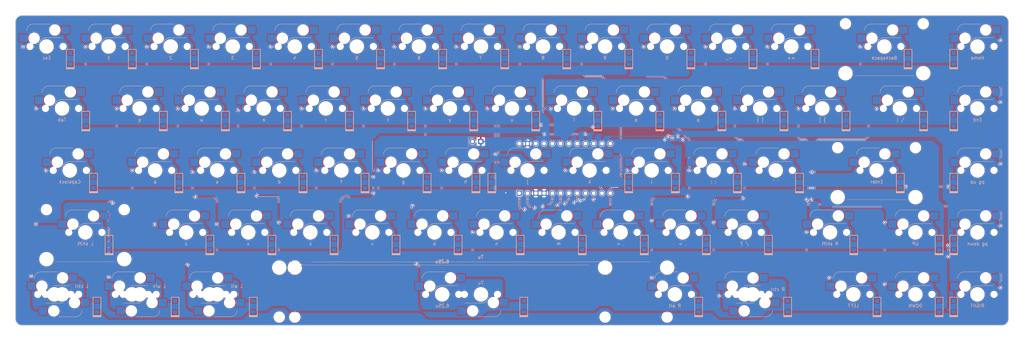
<source format=kicad_pcb>
(kicad_pcb (version 20240108) (generator "pcbnew") (generator_version "8.0")
  (layers (0 "F.Cu" signal) (31 "B.Cu" signal) (34 "B.Paste" user) (35 "F.Paste" user) (36 "B.SilkS" user "B.Silkscreen") (37 "F.SilkS" user "F.Silkscreen") (38 "B.Mask" user) (39 "F.Mask" user) (44 "Edge.Cuts" user))
  (net 0 "")
  (net 1 "Row0")
  (net 2 "Net-(D1-A)")
  (net 3 "Net-(D2-A)")
  (net 4 "Net-(D3-A)")
  (net 5 "Net-(D4-A)")
  (net 6 "Net-(D5-A)")
  (net 7 "Net-(D6-A)")
  (net 8 "Net-(D7-A)")
  (net 9 "Net-(D8-A)")
  (net 10 "Net-(D9-A)")
  (net 11 "Net-(D10-A)")
  (net 12 "Row2")
  (net 13 "Net-(D11-A)")
  (net 14 "Net-(D12-A)")
  (net 15 "Net-(D13-A)")
  (net 16 "Net-(D14-A)")
  (net 17 "Net-(D15-A)")
  (net 18 "Net-(D16-A)")
  (net 19 "Net-(D17-A)")
  (net 20 "Net-(D18-A)")
  (net 21 "Net-(D19-A)")
  (net 22 "Net-(D20-A)")
  (net 23 "Net-(D21-A)")
  (net 24 "Row4")
  (net 25 "Net-(D22-A)")
  (net 26 "Net-(D23-A)")
  (net 27 "Net-(D24-A)")
  (net 28 "Net-(D25-A)")
  (net 29 "Net-(D26-A)")
  (net 30 "Net-(D27-A)")
  (net 31 "Net-(D28-A)")
  (net 32 "Net-(D29-A)")
  (net 33 "Net-(D30-A)")
  (net 34 "Row6")
  (net 35 "Net-(D31-A)")
  (net 36 "Net-(D32-A)")
  (net 37 "Net-(D33-A)")
  (net 38 "Net-(D34-A)")
  (net 39 "Net-(D35-A)")
  (net 40 "Net-(D36-A)")
  (net 41 "Net-(D37-A)")
  (net 42 "Net-(D38-A)")
  (net 43 "Net-(D39-A)")
  (net 44 "Net-(D40-A)")
  (net 45 "Row7")
  (net 46 "Net-(D41-A)")
  (net 47 "Net-(D42-A)")
  (net 48 "Net-(D43-A)")
  (net 49 "Net-(D44-A)")
  (net 50 "Net-(D45-A)")
  (net 51 "Net-(D46-A)")
  (net 52 "Net-(D47-A)")
  (net 53 "Net-(D48-A)")
  (net 54 "Net-(D49-A)")
  (net 55 "Row1")
  (net 56 "Net-(D50-A)")
  (net 57 "Net-(D51-A)")
  (net 58 "Net-(D52-A)")
  (net 59 "Net-(D53-A)")
  (net 60 "Net-(D54-A)")
  (net 61 "Net-(D55-A)")
  (net 62 "Row3")
  (net 63 "Net-(D56-A)")
  (net 64 "Net-(D57-A)")
  (net 65 "Net-(D58-A)")
  (net 66 "Net-(D59-A)")
  (net 67 "Net-(D60-A)")
  (net 68 "Row5")
  (net 69 "Net-(D61-A)")
  (net 70 "Net-(D62-A)")
  (net 71 "Net-(D63-A)")
  (net 72 "Net-(D64-A)")
  (net 73 "Net-(D65-A)")
  (net 74 "Net-(D66-A)")
  (net 75 "Net-(D67-A)")
  (net 76 "GND")
  (net 77 "rst")
  (net 78 "Col0")
  (net 79 "Col1")
  (net 80 "Col2")
  (net 81 "Col3")
  (net 82 "Col4")
  (net 83 "Col5")
  (net 84 "Col6")
  (net 85 "Col7")
  (net 86 "Col8")
  (net 87 "Col9")
  (net 88 "VCC")
  (footprint "PCM_Switch_Keyboard_Hotswap_Kailh:SW_Hotswap_Kailh_MX_1.00u" (layer "F.Cu") (at 42.8625 57.15)
    (property "Reference" "SW16")
    (property "Value" "Tab")
  )
  (footprint "PCM_Switch_Keyboard_Hotswap_Kailh:SW_Hotswap_Kailh_MX_1.00u" (layer "F.Cu") (at 166.6875 76.2)
    (property "Reference" "SW37")
    (property "Value" "h")
  )
  (footprint "PCM_Switch_Keyboard_Hotswap_Kailh:SW_Hotswap_Kailh_MX_1.00u" (layer "F.Cu") (at 57.15 38.1)
    (property "Reference" "SW2")
    (property "Value" "1")
  )
  (footprint "PCM_Switch_Keyboard_Hotswap_Kailh:SW_Hotswap_Kailh_MX_1.00u" (layer "F.Cu") (at 123.825 57.15)
    (property "Reference" "SW20")
    (property "Value" "r")
  )
  (footprint "PCM_Switch_Keyboard_Hotswap_Kailh:SW_Hotswap_Kailh_MX_1.00u" (layer "F.Cu") (at 304.8 114.3)
    (property "Reference" "SW66")
    (property "Value" "DOWN")
  )
  (footprint "PCM_Switch_Keyboard_Hotswap_Kailh:SW_Hotswap_Kailh_MX_1.00u" (layer "F.Cu") (at 323.85 57.15)
    (property "Reference" "SW30")
    (property "Value" "End")
  )
  (footprint "PCM_Switch_Keyboard_Hotswap_Kailh:SW_Hotswap_Kailh_MX_1.00u" (layer "F.Cu") (at 119.0625 95.25)
    (property "Reference" "SW48")
    (property "Value" "c")
  )
  (footprint "PCM_Mounting_Keyboard_Stabilizer:Stabilizer_Cherry_MX_2.00u" (layer "F.Cu") (at 292.89375 76.2)
    (property "Reference" "S3")
    (property "Value" "MX_stab" (hide yes))
  )
  (footprint "PCM_Switch_Keyboard_Hotswap_Kailh:SW_Hotswap_Kailh_MX_1.00u" (layer "F.Cu") (at 230.98125 114.3)
    (property "Reference" "SW63")
    (property "Value" "R alt")
  )
  (footprint "PCM_Switch_Keyboard_Hotswap_Kailh:SW_Hotswap_Kailh_MX_1.00u" (layer "F.Cu") (at 209.55 38.1)
    (property "Reference" "SW10")
    (property "Value" "9")
  )
  (footprint "PCM_Switch_Keyboard_Hotswap_Kailh:SW_Hotswap_Kailh_MX_1.00u" (layer "F.Cu") (at 323.85 95.25)
    (property "Reference" "SW58")
    (property "Value" "pg down")
  )
  (footprint "PCM_Switch_Keyboard_Hotswap_Kailh:SW_Hotswap_Kailh_MX_1.00u" (layer "F.Cu") (at 190.5 38.1)
    (property "Reference" "SW9")
    (property "Value" "8")
  )
  (footprint "PCM_Switch_Keyboard_Hotswap_Kailh:SW_Hotswap_Kailh_MX_1.00u" (layer "F.Cu") (at 95.25 38.1)
    (property "Reference" "SW4")
    (property "Value" "3")
  )
  (footprint "PCM_Mounting_Keyboard_Stabilizer:Stabilizer_Cherry_MX_2.00u" (layer "F.Cu") (at 50.00625 95.25)
    (property "Reference" "S2")
    (property "Value" "MX_stab" (hide yes))
  )
  (footprint "PCM_Switch_Keyboard_Hotswap_Kailh:SW_Hotswap_Kailh_MX_1.00u" (layer "F.Cu") (at 66.675 57.15)
    (property "Reference" "SW17")
    (property "Value" "q")
  )
  (footprint "PCM_Switch_Keyboard_Hotswap_Kailh:SW_Hotswap_Kailh_MX_1.00u" (layer "F.Cu") (at 195.2625 95.25)
    (property "Reference" "SW52")
    (property "Value" "m")
  )
  (footprint "PCM_Mounting_Keyboard_Stabilizer:Stabilizer_Cherry_MX_6.25u" (layer "F.Cu") (at 159.54375 114.3 180)
    (property "Reference" "S4" (hide yes))
    (property "Value" "MX_stab")
  )
  (footprint "PCM_Switch_Keyboard_Hotswap_Kailh:SW_Hotswap_Kailh_MX_1.00u" (layer "F.Cu") (at 266.7 38.1)
    (property "Reference" "SW13")
    (property "Value" "=+")
  )
  (footprint "PCM_Switch_Keyboard_Hotswap_Kailh:SW_Hotswap_Kailh_MX_1.00u" (layer "F.Cu") (at 38.1 38.1)
    (property "Reference" "SW1")
    (property "Value" "Esc")
  )
  (footprint "PCM_Switch_Keyboard_Hotswap_Kailh:SW_Hotswap_Kailh_MX_1.00u" (layer "F.Cu") (at 157.1625 95.25)
    (property "Reference" "SW50")
    (property "Value" "b")
  )
  (footprint "PCM_Switch_Keyboard_Hotswap_Kailh:SW_Hotswap_Kailh_MX_1.00u" (layer "F.Cu") (at 278.60625 95.25)
    (property "Reference" "SW56")
    (property "Value" "R shift")
  )
  (footprint "PCM_Switch_Keyboard_Hotswap_Kailh:SW_Hotswap_Kailh_MX_1.00u" (layer "F.Cu") (at 276.225 57.15)
    (property "Reference" "SW28")
    (property "Value" "} ]")
  )
  (footprint "PCM_Switch_Keyboard_Hotswap_Kailh:SW_Hotswap_Kailh_MX_1.00u" (layer "F.Cu") (at 152.4 38.1)
    (property "Reference" "SW7")
    (property "Value" "6")
  )
  (footprint "PCM_Switch_Keyboard_Hotswap_Kailh:SW_Hotswap_Kailh_MX_1.75u" (layer "F.Cu") (at 45.24375 76.2)
    (property "Reference" "SW31" (hide yes))
    (property "Value" "Capslock")
  )
  (footprint "PCM_Switch_Keyboard_Hotswap_Kailh:SW_Hotswap_Kailh_MX_1.00u" (layer "F.Cu") (at 147.6375 76.2)
    (property "Reference" "SW36")
    (property "Value" "g")
  )
  (footprint "PCM_Switch_Keyboard_Hotswap_Kailh:SW_Hotswap_Kailh_MX_1.00u" (layer "F.Cu") (at 219.075 57.15)
    (property "Reference" "SW25")
    (property "Value" "o")
  )
  (footprint "PCM_Switch_Keyboard_Hotswap_Kailh:SW_Hotswap_Kailh_MX_1.00u" (layer "F.Cu") (at 171.45 38.1)
    (property "Reference" "SW8")
    (property "Value" "7")
  )
  (footprint "PCM_Switch_Keyboard_Hotswap_Kailh:SW_Hotswap_Kailh_MX_1.00u" (layer "F.Cu") (at 295.275 38.1)
    (property "Reference" "SW14")
    (property "Value" "Backspace")
  )
  (footprint "PCM_Switch_Keyboard_Hotswap_Kailh:SW_Hotswap_Kailh_MX_1.50u" (layer "F.Cu") (at 90.4875 114.3 180)
    (property "Reference" "SW70" (hide yes))
    (property "Value" "L ctrl" (hide yes))
  )
  (footprint "PCM_Switch_Keyboard_Hotswap_Kailh:SW_Hotswap_Kailh_MX_1.00u" (layer "F.Cu") (at 254.79375 114.3 180)
    (property "Reference" "SW64")
    (property "Value" "R ctrl")
  )
  (footprint "PCM_Switch_Keyboard_Hotswap_Kailh:SW_Hotswap_Kailh_MX_7.00u" (layer "F.Cu") (at 171.45 114.3 180)
    (property "Reference" "SW71" (hide yes))
    (property "Value" "7u")
  )
  (footprint "PCM_Mounting_Keyboard_Stabilizer:Stabilizer_Cherry_MX_2.00u" (layer "F.Cu") (at 295.275 38.1)
    (property "Reference" "S1")
    (property "Value" "MX_stab" (hide yes))
  )
  (footprint "PCM_Switch_Keyboard_Hotswap_Kailh:SW_Hotswap_Kailh_MX_1.00u" (layer "F.Cu") (at 252.4125 95.25)
    (property "Reference" "SW55")
    (property "Value" "/ ?")
  )
  (footprint "PCM_Switch_Keyboard_Hotswap_Kailh:SW_Hotswap_Kailh_MX_1.00u" (layer "F.Cu") (at 247.65 38.1)
    (property "Reference" "SW12")
    (property "Value" "-_")
  )
  (footprint "Cipulot:ProMicro-NoSilk" (layer "F.Cu") (at 197.16375 75.58)
    (property "Reference" "U1" (hide yes))
    (property "Value" "ProMicro")
  )
  (footprint "PCM_Switch_Keyboard_Hotswap_Kailh:SW_Hotswap_Kailh_MX_1.50u" (layer "F.Cu") (at 252.4125 114.3)
    (property "Reference" "SW72" (hide yes))
    (property "Value" "R ctrl" (hide yes))
  )
  (footprint "PCM_Switch_Keyboard_Hotswap_Kailh:SW_Hotswap_Kailh_MX_1.50u" (layer "F.Cu") (at 42.8625 114.3 180)
    (property "Reference" "SW68" (hide yes))
    (property "Value" "L ctrl" (hide yes))
  )
  (footprint "PCM_Switch_Keyboard_Hotswap_Kailh:SW_Hotswap_Kailh_MX_1.00u" (layer "F.Cu") (at 90.4875 76.2)
    (property "Reference" "SW33")
    (property "Value" "s")
  )
  (footprint "PCM_Switch_Keyboard_Hotswap_Kailh:SW_Hotswap_Kailh_MX_1.00u" (layer "F.Cu") (at 285.75 114.3)
    (property "Reference" "SW65")
    (property "Value" "LEFT")
  )
  (footprint "PCM_Switch_Keyboard_Hotswap_Kailh:SW_Hotswap_Kailh_MX_1.00u" (layer "F.Cu") (at 180.975 57.15)
    (property "Reference" "SW23")
    (property "Value" "u")
  )
  (footprint "PCM_Mounting_Keyboard_Stabilizer:Stabilizer_Cherry_MX_7.00u" (layer "F.Cu") (at 171.45 114.3 180)
    (property "Reference" "S5" (hide yes))
    (property "Value" "MX_stab" (hide yes))
  )
  (footprint "PCM_Switch_Keyboard_Hotswap_Kailh:SW_Hotswap_Kailh_MX_1.00u" (layer "F.Cu") (at 64.29375 114.3)
    (property "Reference" "SW60")
    (property "Value" "L win")
  )
  (footprint "PCM_Switch_Keyboard_Hotswap_Kailh:SW_Hotswap_Kailh_MX_1.00u" (layer "F.Cu") (at 161.925 57.15)
    (property "Reference" "SW22")
    (property "Value" "y")
  )
  (footprint "PCM_Switch_Keyboard_Hotswap_Kailh:SW_Hotswap_Kailh_MX_1.00u" (layer "F.Cu") (at 142.875 57.15)
    (property "Reference" "SW21")
    (property "Value" "t")
  )
  (footprint "PCM_Switch_Keyboard_Hotswap_Kailh:SW_Hotswap_Kailh_MX_1.00u" (layer "F.Cu") (at 242.8875 76.2)
    (property "Reference" "SW41")
    (property "Value" "; :")
  )
  (footprint "PCM_Switch_Keyboard_Hotswap_Kailh:SW_Hotswap_Kailh_MX_1.00u" (layer "F.Cu") (at 300.0375 57.15)
    (property "Reference" "SW29")
    (property "Value" "\\ |")
  )
  (footprint "PCM_Switch_Keyboard_Hotswap_Kailh:SW_Hotswap_Kailh_MX_1.00u" (layer "F.Cu") (at 159.54375 114.3)
    (property "Reference" "SW62")
    (property "Value" "6,25u")
  )
  (footprint "PCM_Switch_Keyboard_Hotswap_Kailh:SW_Hotswap_Kailh_MX_1.00u" (layer "F.Cu") (at 214.3125 95.25)
    (property "Reference" "SW53")
    (property "Value" ", <")
  )
  (footprint "PCM_Switch_Keyboard_Hotswap_Kailh:SW_Hotswap_Kailh_MX_1.00u" (layer "F.Cu") (at 292.89375 76.2)
    (property "Reference" "SW43")
    (property "Value" "Enter")
  )
  (footprint "PCM_Switch_Keyboard_Hotswap_Kailh:SW_Hotswap_Kailh_MX_1.00u" (layer "F.Cu") (at 304.8 95.25)
    (property "Reference" "SW57")
    (property "Value" "UP")
  )
  (footprint "PCM_Switch_Keyboard_Hotswap_Kailh:SW_Hotswap_Kailh_MX_1.00u" (layer "F.Cu") (at 200.025 57.15)
    (property "Reference" "SW24")
    (property "Value" "i")
  )
  (footprint "PCM_Switch_Keyboard_Hotswap_Kailh:SW_Hotswap_Kailh_MX_1.00u" (layer "F.Cu") (at 228.6 38.1)
    (property "Reference" "SW11")
    (property "Value" "0")
  )
  (footprint "PCM_Switch_Keyboard_Hotswap_Kailh:SW_Hotswap_Kailh_MX_1.00u" (layer "F.Cu") (at 109.5375 76.2)
    (property "Reference" "SW34")
    (property "Value" "d")
  )
  (footprint "PCM_Switch_Keyboard_Hotswap_Kailh:SW_Hotswap_Kailh_MX_1.00u" (layer "F.Cu") (at 323.85 76.2)
    (property "Reference" "SW44")
    (property "Value" "pg up")
  )
  (footprint "PCM_Switch_Keyboard_Hotswap_Kailh:SW_Hotswap_Kailh_MX_1.00u" (layer "F.Cu") (at 323.85 38.1)
    (property "Reference" "SW15")
    (property "Value" "Home")
  )
  (footprint "PCM_Switch_Keyboard_Hotswap_Kailh:SW_Hotswap_Kailh_MX_1.25u" (layer "F.Cu") (at 40.48125 114.3)
    (property "Reference" "SW59" (hide yes))
    (property "Value" "L ctrl")
  )
  (footprint "PCM_Switch_Keyboard_Hotswap_Kailh:SW_Hotswap_Kailh_MX_1.00u" (layer "F.Cu") (at 80.9625 95.25)
    (property "Reference" "SW46")
    (property "Value" "z")
  )
  (footprint "PCM_Switch_Keyboard_Hotswap_Kailh:SW_Hotswap_Kailh_MX_1.00u" (layer "F.Cu") (at 76.2 38.1)
    (property "Reference" "SW3")
    (property "Value" "2")
  )
  (footprint "PCM_Switch_Keyboard_Hotswap_Kailh:SW_Hotswap_Kailh_MX_1.00u" (layer "F.Cu") (at 257.175 57.15)
    (property "Reference" "SW27")
    (property "Value" "[ {")
  )
  (footprint "PCM_Switch_Keyboard_Hotswap_Kailh:SW_Hotswap_Kailh_MX_1.00u" (layer "F.Cu") (at 204.7875 76.2)
    (property "Reference" "SW39")
    (property "Value" "k")
  )
  (footprint "PCM_Switch_Keyboard_Hotswap_Kailh:SW_Hotswap_Kailh_MX_1.00u" (layer "F.Cu") (at 85.725 57.15)
    (property "Reference" "SW18")
    (property "Value" "w")
  )
  (footprint "PCM_Switch_Keyboard_Hotswap_Kailh:SW_Hotswap_Kailh_MX_1.00u" (layer "F.Cu") (at 138.1125 95.25)
    (property "Reference" "SW49")
    (property "Value" "v")
  )
  (footprint "PCM_Switch_Keyboard_Hotswap_Kailh:SW_Hotswap_Kailh_MX_1.00u" (layer "F.Cu") (at 88.10625 114.3)
    (property "Reference" "SW61")
    (property "Value" "L alt")
  )
  (footprint "PCM_Switch_Keyboard_Hotswap_Kailh:SW_Hotswap_Kailh_MX_1.00u" (layer "F.Cu") (at 223.8375 76.2)
    (property "Reference" "SW40")
    (property "Value" "l")
  )
  (footprint "PCM_Switch_Keyboard_Hotswap_Kailh:SW_Hotswap_Kailh_MX_1.00u" (layer "F.Cu") (at 261.9375 76.2)
    (property "Reference" "SW42")
    (property "Value" "' \"")
  )
  (footprint "PCM_Switch_Keyboard_Hotswap_Kailh:SW_Hotswap_Kailh_MX_1.00u" (layer "F.Cu") (at 66.675 114.3 180)
    (property "Reference" "SW69" (hide yes))
    (property "Value" "L win" (hide yes))
  )
  (footprint "PCM_Switch_Keyboard_Hotswap_Kailh:SW_Hotswap_Kailh_MX_1.00u" (layer "F.Cu") (at 185.7375 76.2)
    (property "Reference" "SW38")
    (property "Value" "j")
  )
  (footprint "PCM_Switch_Keyboard_Hotswap_Kailh:SW_Hotswap_Kailh_MX_1.00u" (layer "F.Cu") (at 128.5875 76.2)
    (property "Reference" "SW35")
    (property "Value" "f")
  )
  (footprint "PCM_Switch_Keyboard_Hotswap_Kailh:SW_Hotswap_Kailh_MX_1.00u" (layer "F.Cu") (at 50.00625 95.25)
    (property "Reference" "SW45")
    (property "Value" "L shift")
  )
  (footprint "PCM_Switch_Keyboard_Hotswap_Kailh:SW_Hotswap_Kailh_MX_1.00u" (layer "F.Cu") (at 100.0125 95.25)
    (property "Reference" "SW47")
    (property "Value" "x")
  )
  (footprint "PCM_Switch_Keyboard_Hotswap_Kailh:SW_Hotswap_Kailh_MX_1.00u" (layer "F.Cu") (at 233.3625 95.25)
    (property "Reference" "SW54")
    (property "Value" ". >")
  )
  (footprint "PCM_Switch_Keyboard_Hotswap_Kailh:SW_Hotswap_Kailh_MX_1.00u" (layer "F.Cu") (at 176.2125 95.25)
    (property "Reference" "SW51")
    (property "Value" "n")
  )
  (footprint "PCM_Switch_Keyboard_Hotswap_Kailh:SW_Hotswap_Kailh_MX_1.00u" (layer "F.Cu") (at 238.125 57.15)
    (property "Reference" "SW26")
    (property "Value" "p")
  )
  (footprint "PCM_Switch_Keyboard_Hotswap_Kailh:SW_Hotswap_Kailh_MX_1.00u" (layer "F.Cu") (at 114.3 38.1)
    (property "Reference" "SW5")
    (property "Value" "4")
  )
  (footprint "PCM_Switch_Keyboard_Hotswap_Kailh:SW_Hotswap_Kailh_MX_1.00u" (layer "F.Cu") (at 133.35 38.1)
    (property "Reference" "SW6")
    (property "Value" "5")
  )
  (footprint "PCM_Switch_Keyboard_Hotswap_Kailh:SW_Hotswap_Kailh_MX_1.00u" (layer "F.Cu") (at 71.4375 76.2)
    (property "Reference" "SW32")
    (property "Value" "a")
  )
  (footprint "PCM_Switch_Keyboard_Hotswap_Kailh:SW_Hotswap_Kailh_MX_1.00u" (layer "F.Cu") (at 323.85 114.3)
    (property "Reference" "SW67")
    (property "Value" "RIGHT")
  )
  (footprint "PCM_Switch_Keyboard_Hotswap_Kailh:SW_Hotswap_Kailh_MX_1.00u" (layer "F.Cu") (at 104.775 57.15)
    (property "Reference" "SW19")
    (property "Value" "e")
  )
  (footprint "Cipulot:D_SOD123" (layer "B.Cu") (at 273.98 41.8 90)
    (property "Reference" "D13" (hide yes))
    (property "Value" "1N4148W" (hide yes))
  )
  (footprint "Cipulot:D_SOD123" (layer "B.Cu") (at 245.405 60.85 90)
    (property "Reference" "D26" (hide yes))
    (property "Value" "1N4148W" (hide yes))
  )
  (footprint "Cipulot:D_SOD123" (layer "B.Cu") (at 169.89375 79.9 90)
    (property "Reference" "D37" (hide yes))
    (property "Value" "1N4148W" (hide yes))
  )
  (footprint "Cipulot:D_SOD123" (layer "B.Cu") (at 169.205 60.85 90)
    (property "Reference" "D22" (hide yes))
    (property "Value" "1N4148W" (hide yes))
  )
  (footprint "Cipulot:D_SOD123" (layer "B.Cu") (at 178.73 41.8 90)
    (property "Reference" "D8" (hide yes))
    (property "Value" "1N4148W" (hide yes))
  )
  (footprint "Cipulot:D_SOD123" (layer "B.Cu") (at 240.6425 98.95 90)
    (property "Reference" "D54" (hide yes))
    (property "Value" "1N4148W" (hide yes))
  )
  (footprint "Cipulot:D_SOD123" (layer "B.Cu") (at 164.4425 98.95 90)
    (property "Reference" "D50" (hide yes))
    (property "Value" "1N4148W" (hide yes))
  )
  (footprint "Cipulot:D_SOD123" (layer "B.Cu") (at 93.005 60.85 90)
    (property "Reference" "D18" (hide yes))
    (property "Value" "1N4148W" (hide yes))
  )
  (footprint "Connector_PinHeader_2.54mm:PinHeader_1x02_P2.54mm_Vertical" (layer "B.Cu") (at 171.3875 67.3125 90)
    (property "Reference" "RST1" (hide yes))
    (property "Value" "Reset")
  )
  (footprint "Cipulot:D_SOD123" (layer "B.Cu") (at 116.8175 79.9 90)
    (property "Reference" "D34" (hide yes))
    (property "Value" "1N4148W" (hide yes))
  )
  (footprint "Cipulot:D_SOD123" (layer "B.Cu") (at 174.79375 79.9 90)
    (property "Reference" "D38" (hide yes))
    (property "Value" "1N4148W" (hide yes))
  )
  (footprint "Cipulot:D_SOD123" (layer "B.Cu") (at 259.6925 98.95 90)
    (property "Reference" "D55" (hide yes))
    (property "Value" "1N4148W" (hide yes))
  )
  (footprint "Cipulot:D_SOD123" (layer "B.Cu") (at 57.28625 98.95 90)
    (property "Reference" "D45" (hide yes))
    (property "Value" "1N4148W" (hide yes))
  )
  (footprint "Cipulot:D_SOD123" (layer "B.Cu") (at 216.79375 79.9 90)
    (property "Reference" "D39" (hide yes))
    (property "Value" "1N4148W" (hide yes))
  )
  (footprint "Cipulot:D_SOD123" (layer "B.Cu") (at 73.955 60.85 90)
    (property "Reference" "D17" (hide yes))
    (property "Value" "1N4148W" (hide yes))
  )
  (footprint "Cipulot:D_SOD123" (layer "B.Cu") (at 250.1675 79.9 90)
    (property "Reference" "D41" (hide yes))
    (property "Value" "1N4148W" (hide yes))
  )
  (footprint "Cipulot:D_SOD123" (layer "B.Cu") (at 300.17375 79.9 90)
    (property "Reference" "D43" (hide yes))
    (property "Value" "1N4148W" (hide yes))
  )
  (footprint "Cipulot:D_SOD123" (layer "B.Cu") (at 221.5925 98.95 90)
    (property "Reference" "D53" (hide yes))
    (property "Value" "1N4148W" (hide yes))
  )
  (footprint "Cipulot:D_SOD123" (layer "B.Cu") (at 183.4925 98.95 90)
    (property "Reference" "D51" (hide yes))
    (property "Value" "1N4148W" (hide yes))
  )
  (footprint "Cipulot:D_SOD123" (layer "B.Cu") (at 64.43 41.8 90)
    (property "Reference" "D2" (hide yes))
    (property "Value" "1N4148W" (hide yes))
  )
  (footprint "Cipulot:D_SOD123" (layer "B.Cu") (at 197.78 41.8 90)
    (property "Reference" "D9" (hide yes))
    (property "Value" "1N4148W" (hide yes))
  )
  (footprint "Cipulot:D_SOD123" (layer "B.Cu") (at 88.2425 98.95 90)
    (property "Reference" "D46" (hide yes))
    (property "Value" "1N4148W" (hide yes))
  )
  (footprint "Cipulot:D_SOD123" (layer "B.Cu") (at 285.88625 98.95 90)
    (property "Reference" "D56" (hide yes))
    (property "Value" "1N4148W" (hide yes))
  )
  (footprint "Cipulot:D_SOD123" (layer "B.Cu") (at 312.08 98.95 90)
    (property "Reference" "D57" (hide yes))
    (property "Value" "1N4148W" (hide yes))
  )
  (footprint "Cipulot:D_SOD123" (layer "B.Cu") (at 316.57 98.95 90)
    (property "Reference" "D58" (hide yes))
    (property "Value" "1N4148W" (hide yes))
  )
  (footprint "Cipulot:D_SOD123" (layer "B.Cu") (at 264.455 60.85 90)
    (property "Reference" "D27" (hide yes))
    (property "Value" "1N4148W" (hide yes))
  )
  (footprint "Cipulot:D_SOD123" (layer "B.Cu") (at 231.1175 79.9 90)
    (property "Reference" "D40" (hide yes))
    (property "Value" "1N4148W" (hide yes))
  )
  (footprint "Cipulot:D_SOD123" (layer "B.Cu") (at 283.505 60.85 90)
    (property "Reference" "D28" (hide yes))
    (property "Value" "1N4148W" (hide yes))
  )
  (footprint "Cipulot:D_SOD123" (layer "B.Cu") (at 188.255 60.85 90)
    (property "Reference" "D23" (hide yes))
    (property "Value" "1N4148W" (hide yes))
  )
  (footprint "Cipulot:D_SOD123" (layer "B.Cu") (at 126.3425 98.95 90)
    (property "Reference" "D48" (hide yes))
    (property "Value" "1N4148W" (hide yes))
  )
  (footprint "Cipulot:D_SOD123" (layer "B.Cu") (at 269.2175 79.9 90)
    (property "Reference" "D42" (hide yes))
    (property "Value" "1N4148W" (hide yes))
  )
  (footprint "Cipulot:D_SOD123" (layer "B.Cu") (at 254.93 41.8 90)
    (property "Reference" "D12" (hide yes))
    (property "Value" "1N4148W" (hide yes))
  )
  (footprint "Cipulot:D_SOD123" (layer "B.Cu") (at 131.105 60.85 90)
    (property "Reference" "D20" (hide yes))
    (property "Value" "1N4148W" (hide yes))
  )
  (footprint "Cipulot:D_SOD123" (layer "B.Cu") (at 145.3925 98.95 90)
    (property "Reference" "D49" (hide yes))
    (property "Value" "1N4148W" (hide yes))
  )
  (footprint "Cipulot:D_SOD123" (layer "B.Cu") (at 316.57 41.8 90)
    (property "Reference" "D15" (hide yes))
    (property "Value" "1N4148W" (hide yes))
  )
  (footprint "Cipulot:D_SOD123" (layer "B.Cu") (at 202.5425 98.95 90)
    (property "Reference" "D52" (hide yes))
    (property "Value" "1N4148W" (hide yes))
  )
  (footprint "Cipulot:D_SOD123" (layer "B.Cu") (at 121.58 41.8 90)
    (property "Reference" "D5" (hide yes))
    (property "Value" "1N4148W" (hide yes))
  )
  (footprint "Cipulot:D_SOD123" (layer "B.Cu") (at 102.53 41.8 90)
    (property "Reference" "D4" (hide yes))
    (property "Value" "1N4148W" (hide yes))
  )
  (footprint "Cipulot:D_SOD123" (layer "B.Cu") (at 312.08 118 90)
    (property "Reference" "D66" (hide yes))
    (property "Value" "1N4148W" (hide yes))
  )
  (footprint "Cipulot:D_SOD123" (layer "B.Cu") (at 140.63 41.8 90)
    (property "Reference" "D6" (hide yes))
    (property "Value" "1N4148W" (hide yes))
  )
  (footprint "Cipulot:D_SOD123" (layer "B.Cu") (at 53.575 118 90)
    (property "Reference" "D59" (hide yes))
    (property "Value" "1N4148W" (hide yes))
  )
  (footprint "Cipulot:D_SOD123" (layer "B.Cu") (at 77.575 118 90)
    (property "Reference" "D60" (hide yes))
    (property "Value" "1N4148W" (hide yes))
  )
  (footprint "Cipulot:D_SOD123" (layer "B.Cu") (at 154.9175 79.9 90)
    (property "Reference" "D36" (hide yes))
    (property "Value" "1N4148W" (hide yes))
  )
  (footprint "Cipulot:D_SOD123" (layer "B.Cu") (at 107.2925 98.95 90)
    (property "Reference" "D47" (hide yes))
    (property "Value" "1N4148W" (hide yes))
  )
  (footprint "Cipulot:D_SOD123" (layer "B.Cu") (at 302.555 41.8 90)
    (property "Reference" "D14" (hide yes))
    (property "Value" "1N4148W" (hide yes))
  )
  (footprint "Cipulot:D_SOD123" (layer "B.Cu") (at 50.1425 60.85 90)
    (property "Reference" "D16" (hide yes))
    (property "Value" "1N4148W" (hide yes))
  )
  (footprint "Cipulot:D_SOD123" (layer "B.Cu") (at 52.52375 79.9 90)
    (property "Reference" "D31" (hide yes))
    (property "Value" "1N4148W" (hide yes))
  )
  (footprint "Cipulot:D_SOD123" (layer "B.Cu") (at 78.7175 79.9 90)
    (property "Reference" "D32" (hide yes))
    (property "Value" "1N4148W" (hide yes))
  )
  (footprint "Cipulot:D_SOD123" (layer "B.Cu") (at 150.155 60.85 90)
    (property "Reference" "D21" (hide yes))
    (property "Value" "1N4148W" (hide yes))
  )
  (footprint "Cipulot:D_SOD123" (layer "B.Cu") (at 207.305 60.85 90)
    (property "Reference" "D24" (hide yes))
    (property "Value" "1N4148W" (hide yes))
  )
  (footprint "Cipulot:D_SOD123" (layer "B.Cu") (at 159.68 41.8 90)
    (property "Reference" "D7" (hide yes))
    (property "Value" "1N4148W" (hide yes))
  )
  (footprint "Cipulot:D_SOD123" (layer "B.Cu") (at 83.48 41.8 90)
    (property "Reference" "D3" (hide yes))
    (property "Value" "1N4148W" (hide yes))
  )
  (footprint "Cipulot:D_SOD123" (layer "B.Cu") (at 235.88 41.8 90)
    (property "Reference" "D11" (hide yes))
    (property "Value" "1N4148W" (hide yes))
  )
  (footprint "Cipulot:D_SOD123" (layer "B.Cu") (at 307.3175 60.85 90)
    (property "Reference" "D29" (hide yes))
    (property "Value" "1N4148W" (hide yes))
  )
  (footprint "Cipulot:D_SOD123" (layer "B.Cu") (at 216.83 41.8 90)
    (property "Reference" "D10" (hide yes))
    (property "Value" "1N4148W" (hide yes))
  )
  (footprint "Cipulot:D_SOD123" (layer "B.Cu") (at 97.7675 79.9 90)
    (property "Reference" "D33" (hide yes))
    (property "Value" "1N4148W" (hide yes))
  )
  (footprint "Cipulot:D_SOD123" (layer "B.Cu") (at 238.26125 118 90)
    (property "Reference" "D63" (hide yes))
    (property "Value" "1N4148W" (hide yes))
  )
  (footprint "Cipulot:D_SOD123" (layer "B.Cu") (at 226.355 60.85 90)
    (property "Reference" "D25" (hide yes))
    (property "Value" "1N4148W" (hide yes))
  )
  (footprint "Cipulot:D_SOD123" (layer "B.Cu") (at 184.575 118 90)
    (property "Reference" "D62" (hide yes))
    (property "Value" "1N4148W" (hide yes))
  )
  (footprint "Cipulot:D_SOD123" (layer "B.Cu") (at 112.055 60.85 90)
    (property "Reference" "D19" (hide yes))
    (property "Value" "1N4148W" (hide yes))
  )
  (footprint "Cipulot:D_SOD123" (layer "B.Cu") (at 45.38 41.8 90)
    (property "Reference" "D1" (hide yes))
    (property "Value" "1N4148W" (hide yes))
  )
  (footprint "Cipulot:D_SOD123" (layer "B.Cu") (at 265.575 118 90)
    (property "Reference" "D64" (hide yes))
    (property "Value" "1N4148W" (hide yes))
  )
  (footprint "Cipulot:D_SOD123" (layer "B.Cu") (at 135.8675 79.9 90)
    (property "Reference" "D35" (hide yes))
    (property "Value" "1N4148W" (hide yes))
  )
  (footprint "Cipulot:D_SOD123" (layer "B.Cu") (at 293.03 118 90)
    (property "Reference" "D65" (hide yes))
    (property "Value" "1N4148W" (hide yes))
  )
  (footprint "Cipulot:D_SOD123" (layer "B.Cu") (at 316.57 79.9 90)
    (property "Reference" "D44" (hide yes))
    (property "Value" "1N4148W" (hide yes))
  )
  (footprint "Cipulot:D_SOD123" (layer "B.Cu") (at 101.575 118 90)
    (property "Reference" "D61" (hide yes))
    (property "Value" "1N4148W" (hide yes))
  )
  (footprint "Cipulot:D_SOD123" (layer "B.Cu") (at 316.57 118 90)
    (property "Reference" "D67" (hide yes))
    (property "Value" "1N4148W" (hide yes))
  )
  (footprint "Cipulot:D_SOD123" (layer "B.Cu") (at 316.57 60.85 90)
    (property "Reference" "D30" (hide yes))
    (property "Value" "1N4148W" (hide yes))
  )
  (gr_arc (start 331.375 28.575) (mid 332.789214 29.160786) (end 333.375 30.575) (stroke (width 0.2)) (layer "Edge.Cuts"))
  (gr_line (start 331.375 123.825) (end 30.575 123.825) (stroke (width 0.2)) (layer "Edge.Cuts"))
  (gr_arc (start 28.575 30.575) (mid 29.160786 29.160786) (end 30.575 28.575) (stroke (width 0.2)) (layer "Edge.Cuts"))
  (gr_line (start 28.575 121.825) (end 28.575 30.575) (stroke (width 0.2)) (layer "Edge.Cuts"))
  (gr_line (start 30.575 28.575) (end 331.375 28.575) (stroke (width 0.2)) (layer "Edge.Cuts"))
  (gr_arc (start 30.575 123.825) (mid 29.160786 123.239214) (end 28.575 121.825) (stroke (width 0.2)) (layer "Edge.Cuts"))
  (gr_line (start 333.375 30.575) (end 333.375 121.825) (stroke (width 0.2)) (layer "Edge.Cuts"))
  (gr_arc (start 333.375 121.825) (mid 332.789214 123.239214) (end 331.375 123.825) (stroke (width 0.2)) (layer "Edge.Cuts"))
  (segment (start 193.35375 67.96) (end 193.35375 66.24) (width 0.21) (layer "B.Cu") (net 1))
  (segment (start 45.38 43.5) (end 216.83 43.5) (width 0.21) (layer "B.Cu") (net 1))
  (segment (start 192.89375 65.78) (end 192.89375 60.308112) (width 0.21) (layer "B.Cu") (net 1))
  (segment (start 191.34375 47.25) (end 215.9075 47.25) (width 0.21) (layer "B.Cu") (net 1))
  (segment (start 215.9075 47.25) (end 216.83 46.3275) (width 0.21) (layer "B.Cu") (net 1))
  (segment (start 190.46375 48.13) (end 191.34375 47.25) (width 0.21) (layer "B.Cu") (net 1))
  (segment (start 193.35375 66.24) (end 192.89375 65.78) (width 0.21) (layer "B.Cu") (net 1))
  (segment (start 216.83 46.3275) (end 216.83 43.5) (width 0.21) (layer "B.Cu") (net 1))
  (segment (start 192.89375 60.308112) (end 190.46375 57.878112) (width 0.21) (layer "B.Cu") (net 1))
  (segment (start 190.46375 57.878112) (end 190.46375 48.13) (width 0.21) (layer "B.Cu") (net 1))
  (segment (start 43.942 35.347786) (end 43.942 33.02) (width 0.21) (layer "B.Cu") (net 2))
  (segment (start 45.38 40.1) (end 45.38 37.614214) (width 0.21) (layer "B.Cu") (net 2))
  (segment (start 45.087107 36.907107) (end 44.234893 36.054893) (width 0.21) (layer "B.Cu") (net 2))
  (arc (start 45.087107 36.907107) (mid 45.30388 37.23153) (end 45.38 37.614214) (width 0.21) (layer "B.Cu") (net 2))
  (arc (start 44.234893 36.054893) (mid 44.01812 35.73047) (end 43.942 35.347786) (width 0.21) (layer "B.Cu") (net 2))
  (segment (start 64.43 40.1) (end 64.43 37.614214) (width 0.21) (layer "B.Cu") (net 3))
  (segment (start 62.992 35.347786) (end 62.992 33.02) (width 0.21) (layer "B.Cu") (net 3))
  (segment (start 64.137107 36.907107) (end 63.284893 36.054893) (width 0.21) (layer "B.Cu") (net 3))
  (arc (start 64.137107 36.907107) (mid 64.35388 37.23153) (end 64.43 37.614214) (width 0.21) (layer "B.Cu") (net 3))
  (arc (start 63.284893 36.054893) (mid 63.06812 35.73047) (end 62.992 35.347786) (width 0.21) (layer "B.Cu") (net 3))
  (segment (start 83.187107 36.907107) (end 82.334893 36.054893) (width 0.21) (layer "B.Cu") (net 4))
  (segment (start 83.48 40.1) (end 83.48 37.614214) (width 0.21) (layer "B.Cu") (net 4))
  (segment (start 82.042 35.347786) (end 82.042 33.02) (width 0.21) (layer "B.Cu") (net 4))
  (arc (start 83.187107 36.907107) (mid 83.40388 37.23153) (end 83.48 37.614214) (width 0.21) (layer "B.Cu") (net 4))
  (arc (start 82.334893 36.054893) (mid 82.11812 35.73047) (end 82.042 35.347786) (width 0.21) (layer "B.Cu") (net 4))
  (segment (start 101.092 35.347786) (end 101.092 33.02) (width 0.21) (layer "B.Cu") (net 5))
  (segment (start 102.53 40.1) (end 102.53 37.614214) (width 0.21) (layer "B.Cu") (net 5))
  (segment (start 102.237107 36.907107) (end 101.384893 36.054893) (width 0.21) (layer "B.Cu") (net 5))
  (arc (start 101.384893 36.054893) (mid 101.16812 35.73047) (end 101.092 35.347786) (width 0.21) (layer "B.Cu") (net 5))
  (arc (start 102.237107 36.907107) (mid 102.45388 37.23153) (end 102.53 37.614214) (width 0.21) (layer "B.Cu") (net 5))
  (segment (start 121.58 40.1) (end 121.58 37.614214) (width 0.21) (layer "B.Cu") (net 6))
  (segment (start 121.287107 36.907107) (end 120.434893 36.054893) (width 0.21) (layer "B.Cu") (net 6))
  (segment (start 120.142 35.347786) (end 120.142 33.02) (width 0.21) (layer "B.Cu") (net 6))
  (arc (start 121.287107 36.907107) (mid 121.50388 37.23153) (end 121.58 37.614214) (width 0.21) (layer "B.Cu") (net 6))
  (arc (start 120.434893 36.054893) (mid 120.21812 35.73047) (end 120.142 35.347786) (width 0.21) (layer "B.Cu") (net 6))
  (segment (start 139.192 35.347786) (end 139.192 33.02) (width 0.21) (layer "B.Cu") (net 7))
  (segment (start 140.63 40.1) (end 140.63 37.614214) (width 0.21) (layer "B.Cu") (net 7))
  (segment (start 140.337107 36.907107) (end 139.484893 36.054893) (width 0.21) (layer "B.Cu") (net 7))
  (arc (start 140.337107 36.907107) (mid 140.55388 37.23153) (end 140.63 37.614214) (width 0.21) (layer "B.Cu") (net 7))
  (arc (start 139.484893 36.054893) (mid 139.26812 35.73047) (end 139.192 35.347786) (width 0.21) (layer "B.Cu") (net 7))
  (segment (start 159.387107 36.907107) (end 158.534893 36.054893) (width 0.21) (layer "B.Cu") (net 8))
  (segment (start 159.68 40.1) (end 159.68 37.614214) (width 0.21) (layer "B.Cu") (net 8))
  (segment (start 158.242 35.347786) (end 158.242 33.02) (width 0.21) (layer "B.Cu") (net 8))
  (arc (start 159.387107 36.907107) (mid 159.60388 37.23153) (end 159.68 37.614214) (width 0.21) (layer "B.Cu") (net 8))
  (arc (start 158.534893 36.054893) (mid 158.31812 35.73047) (end 158.242 35.347786) (width 0.21) (layer "B.Cu") (net 8))
  (segment (start 178.437107 36.907107) (end 177.584893 36.054893) (width 0.21) (layer "B.Cu") (net 9))
  (segment (start 177.292 35.347786) (end 177.292 33.02) (width 0.21) (layer "B.Cu") (net 9))
  (segment (start 178.73 40.1) (end 178.73 37.614214) (width 0.21) (layer "B.Cu") (net 9))
  (arc (start 177.584893 36.054893) (mid 177.36812 35.73047) (end 177.292 35.347786) (width 0.21) (layer "B.Cu") (net 9))
  (arc (start 178.437107 36.907107) (mid 178.65388 37.23153) (end 178.73 37.614214) (width 0.21) (layer "B.Cu") (net 9))
  (segment (start 197.78 40.1) (end 197.78 37.614214) (width 0.21) (layer "B.Cu") (net 10))
  (segment (start 196.342 35.347786) (end 196.342 33.02) (width 0.21) (layer "B.Cu") (net 10))
  (segment (start 197.487107 36.907107) (end 196.634893 36.054893) (width 0.21) (layer "B.Cu") (net 10))
  (arc (start 196.634893 36.054893) (mid 196.41812 35.73047) (end 196.342 35.347786) (width 0.21) (layer "B.Cu") (net 10))
  (arc (start 197.487107 36.907107) (mid 197.70388 37.23153) (end 197.78 37.614214) (width 0.21) (layer "B.Cu") (net 10))
  (segment (start 216.83 40.1) (end 216.83 37.614214) (width 0.21) (layer "B.Cu") (net 11))
  (segment (start 215.392 35.347786) (end 215.392 33.02) (width 0.21) (layer "B.Cu") (net 11))
  (segment (start 216.537107 36.907107) (end 215.684893 36.054893) (width 0.21) (layer "B.Cu") (net 11))
  (arc (start 215.684893 36.054893) (mid 215.46812 35.73047) (end 215.392 35.347786) (width 0.21) (layer "B.Cu") (net 11))
  (arc (start 216.537107 36.907107) (mid 216.75388 37.23153) (end 216.83 37.614214) (width 0.21) (layer "B.Cu") (net 11))
  (segment (start 189.89375 62.2) (end 189.84875 62.245) (width 0.25) (layer "F.Cu") (net 12))
  (segment (start 205.77375 62.85125) (end 205.1225 62.2) (width 0.25) (layer "F.Cu") (net 12))
  (segment (start 205.1225 62.2) (end 189.89375 62.2) (width 0.25) (layer "F.Cu") (net 12))
  (via (at 189.84875 62.245) (size 0.8) (drill 0.4) (layers "F.Cu" "B.Cu") (net 12))
  (via (at 205.77375 62.85125) (size 0.8) (drill 0.4) (layers "F.Cu" "B.Cu") (net 12))
  (segment (start 205.77375 62.85125) (end 205.335001 63.289999) (width 0.21) (layer "B.Cu") (net 12))
  (segment (start 205.335001 63.289999) (end 201.723923 63.289999) (width 0.21) (layer "B.Cu") (net 12))
  (segment (start 206.075 62.55) (end 207.305 62.55) (width 0.21) (layer "B.Cu") (net 12))
  (segment (start 201.723923 63.289999) (end 198.43375 66.580172) (width 0.21) (layer "B.Cu") (net 12))
  (segment (start 208.79 63.29) (end 224.835 63.29) (width 0.21) (layer "B.Cu") (net 12))
  (segment (start 207.305 62.55) (end 208.05 62.55) (width 0.21) (layer "B.Cu") (net 12))
  (segment (start 198.43375 66.580172) (end 198.43375 67.96) (width 0.21) (layer "B.Cu") (net 12))
  (segment (start 224.835 63.29) (end 225.575 62.55) (width 0.21) (layer "B.Cu") (net 12))
  (segment (start 208.05 62.55) (end 208.79 63.29) (width 0.21) (layer "B.Cu") (net 12))
  (segment (start 225.575 62.55) (end 226.355 62.55) (width 0.21) (layer "B.Cu") (net 12))
  (segment (start 189.84875 62.245) (end 189.54375 62.55) (width 0.25) (layer "B.Cu") (net 12))
  (segment (start 205.77375 62.85125) (end 206.075 62.55) (width 0.21) (layer "B.Cu") (net 12))
  (segment (start 50.1425 62.55) (end 188.255 62.55) (width 0.25) (layer "B.Cu") (net 12))
  (segment (start 189.54375 62.55) (end 188.255 62.55) (width 0.25) (layer "B.Cu") (net 12))
  (segment (start 235.587107 36.907107) (end 234.734893 36.054893) (width 0.21) (layer "B.Cu") (net 13))
  (segment (start 235.88 40.1) (end 235.88 37.614214) (width 0.21) (layer "B.Cu") (net 13))
  (segment (start 234.442 35.347786) (end 234.442 33.02) (width 0.21) (layer "B.Cu") (net 13))
  (arc (start 234.734893 36.054893) (mid 234.51812 35.73047) (end 234.442 35.347786) (width 0.21) (layer "B.Cu") (net 13))
  (arc (start 235.587107 36.907107) (mid 235.80388 37.23153) (end 235.88 37.614214) (width 0.21) (layer "B.Cu") (net 13))
  (segment (start 254.93 40.1) (end 254.93 37.614214) (width 0.21) (layer "B.Cu") (net 14))
  (segment (start 253.492 35.347786) (end 253.492 33.02) (width 0.21) (layer "B.Cu") (net 14))
  (segment (start 254.637107 36.907107) (end 253.784893 36.054893) (width 0.21) (layer "B.Cu") (net 14))
  (arc (start 254.637107 36.907107) (mid 254.85388 37.23153) (end 254.93 37.614214) (width 0.21) (layer "B.Cu") (net 14))
  (arc (start 253.784893 36.054893) (mid 253.56812 35.73047) (end 253.492 35.347786) (width 0.21) (layer "B.Cu") (net 14))
  (segment (start 273.687107 36.907107) (end 272.834893 36.054893) (width 0.21) (layer "B.Cu") (net 15))
  (segment (start 273.98 40.1) (end 273.98 37.614214) (width 0.21) (layer "B.Cu") (net 15))
  (segment (start 272.542 35.347786) (end 272.542 33.02) (width 0.21) (layer "B.Cu") (net 15))
  (arc (start 272.834893 36.054893) (mid 272.61812 35.73047) (end 272.542 35.347786) (width 0.21) (layer "B.Cu") (net 15))
  (arc (start 273.687107 36.907107) (mid 273.90388 37.23153) (end 273.98 37.614214) (width 0.21) (layer "B.Cu") (net 15))
  (segment (start 302.555 40.1) (end 302.555 37.614214) (width 0.21) (layer "B.Cu") (net 16))
  (segment (start 302.262107 36.907107) (end 301.409893 36.054893) (width 0.21) (layer "B.Cu") (net 16))
  (segment (start 301.117 35.347786) (end 301.117 33.02) (width 0.21) (layer "B.Cu") (net 16))
  (arc (start 301.409893 36.054893) (mid 301.19312 35.73047) (end 301.117 35.347786) (width 0.21) (layer "B.Cu") (net 16))
  (arc (start 302.262107 36.907107) (mid 302.47888 37.23153) (end 302.555 37.614214) (width 0.21) (layer "B.Cu") (net 16))
  (segment (start 316.765 35.56) (end 316.765 39.905) (width 0.25) (layer "B.Cu") (net 17))
  (segment (start 316.765 39.905) (end 316.57 40.1) (width 0.25) (layer "B.Cu") (net 17))
  (segment (start 50.1425 59.15) (end 50.1425 56.664214) (width 0.21) (layer "B.Cu") (net 18))
  (segment (start 48.7045 54.397786) (end 48.7045 52.07) (width 0.21) (layer "B.Cu") (net 18))
  (segment (start 49.849607 55.957107) (end 48.997393 55.104893) (width 0.21) (layer "B.Cu") (net 18))
  (arc (start 48.997393 55.104893) (mid 48.78062 54.78047) (end 48.7045 54.397786) (width 0.21) (layer "B.Cu") (net 18))
  (arc (start 49.849607 55.957107) (mid 50.06638 56.28153) (end 50.1425 56.664214) (width 0.21) (layer "B.Cu") (net 18))
  (segment (start 73.662107 55.957107) (end 72.809893 55.104893) (width 0.21) (layer "B.Cu") (net 19))
  (segment (start 72.517 54.397786) (end 72.517 52.07) (width 0.21) (layer "B.Cu") (net 19))
  (segment (start 73.955 59.15) (end 73.955 56.664214) (width 0.21) (layer "B.Cu") (net 19))
  (arc (start 73.662107 55.957107) (mid 73.87888 56.28153) (end 73.955 56.664214) (width 0.21) (layer "B.Cu") (net 19))
  (arc (start 72.809893 55.104893) (mid 72.59312 54.78047) (end 72.517 54.397786) (width 0.21) (layer "B.Cu") (net 19))
  (segment (start 91.567 54.397786) (end 91.567 52.07) (width 0.21) (layer "B.Cu") (net 20))
  (segment (start 92.712107 55.957107) (end 91.859893 55.104893) (width 0.21) (layer "B.Cu") (net 20))
  (segment (start 93.005 59.15) (end 93.005 56.664214) (width 0.21) (layer "B.Cu") (net 20))
  (arc (start 92.712107 55.957107) (mid 92.92888 56.28153) (end 93.005 56.664214) (width 0.21) (layer "B.Cu") (net 20))
  (arc (start 91.859893 55.104893) (mid 91.64312 54.78047) (end 91.567 54.397786) (width 0.21) (layer "B.Cu") (net 20))
  (segment (start 111.762107 55.957107) (end 110.909893 55.104893) (width 0.21) (layer "B.Cu") (net 21))
  (segment (start 112.055 59.15) (end 112.055 56.664214) (width 0.21) (layer "B.Cu") (net 21))
  (segment (start 110.617 54.397786) (end 110.617 52.07) (width 0.21) (layer "B.Cu") (net 21))
  (arc (start 111.762107 55.957107) (mid 111.97888 56.28153) (end 112.055 56.664214) (width 0.21) (layer "B.Cu") (net 21))
  (arc (start 110.909893 55.104893) (mid 110.69312 54.78047) (end 110.617 54.397786) (width 0.21) (layer "B.Cu") (net 21))
  (segment (start 130.812107 55.957107) (end 129.959893 55.104893) (width 0.21) (layer "B.Cu") (net 22))
  (segment (start 129.667 54.397786) (end 129.667 52.07) (width 0.21) (layer "B.Cu") (net 22))
  (segment (start 131.105 59.15) (end 131.105 56.664214) (width 0.21) (layer "B.Cu") (net 22))
  (arc (start 129.959893 55.104893) (mid 129.74312 54.78047) (end 129.667 54.397786) (width 0.21) (layer "B.Cu") (net 22))
  (arc (start 130.812107 55.957107) (mid 131.02888 56.28153) (end 131.105 56.664214) (width 0.21) (layer "B.Cu") (net 22))
  (segment (start 149.862107 55.957107) (end 149.009893 55.104893) (width 0.21) (layer "B.Cu") (net 23))
  (segment (start 148.717 54.397786) (end 148.717 52.07) (width 0.21) (layer "B.Cu") (net 23))
  (segment (start 150.155 59.15) (end 150.155 56.664214) (width 0.21) (layer "B.Cu") (net 23))
  (arc (start 149.862107 55.957107) (mid 150.07888 56.28153) (end 150.155 56.664214) (width 0.21) (layer "B.Cu") (net 23))
  (arc (start 149.009893 55.104893) (mid 148.79312 54.78047) (end 148.717 54.397786) (width 0.21) (layer "B.Cu") (net 23))
  (segment (start 229.98375 65.29) (end 229.98375 67.369828) (width 0.21) (layer "B.Cu") (net 24))
  (segment (start 229.98375 67.369828) (end 230.723922 68.11) (width 0.21) (layer "B.Cu") (net 24))
  (segment (start 52.52375 81.6) (end 231.1175 81.6) (width 0.21) (layer "B.Cu") (net 24))
  (segment (start 206.89375 64.7) (end 229.39375 64.7) (width 0.21) (layer "B.Cu") (net 24))
  (segment (start 232.80375 68.11) (end 233.39375 68.7) (width 0.21) (layer "B.Cu") (net 24))
  (segment (start 206.05375 65.54) (end 206.89375 64.7) (width 0.21) (layer "B.Cu") (net 24))
  (segment (start 229.39375 64.7) (end 229.98375 65.29) (width 0.21) (layer "B.Cu") (net 24))
  (segment (start 232.49375 81.6) (end 231.1175 81.6) (width 0.21) (layer "B.Cu") (net 24))
  (segment (start 233.39375 80.7) (end 232.49375 81.6) (width 0.21) (layer "B.Cu") (net 24))
  (segment (start 230.723922 68.11) (end 232.80375 68.11) (width 0.21) (layer "B.Cu") (net 24))
  (segment (start 206.05375 67.96) (end 206.05375 65.54) (width 0.21) (layer "B.Cu") (net 24))
  (segment (start 233.39375 68.7) (end 233.39375 80.7) (width 0.21) (layer "B.Cu") (net 24))
  (segment (start 169.205 59.15) (end 169.205 56.664214) (width 0.21) (layer "B.Cu") (net 25))
  (segment (start 168.912107 55.957107) (end 168.059893 55.104893) (width 0.21) (layer "B.Cu") (net 25))
  (segment (start 167.767 54.397786) (end 167.767 52.07) (width 0.21) (layer "B.Cu") (net 25))
  (arc (start 168.059893 55.104893) (mid 167.84312 54.78047) (end 167.767 54.397786) (width 0.21) (layer "B.Cu") (net 25))
  (arc (start 168.912107 55.957107) (mid 169.12888 56.28153) (end 169.205 56.664214) (width 0.21) (layer "B.Cu") (net 25))
  (segment (start 187.962107 55.957107) (end 187.109893 55.104893) (width 0.21) (layer "B.Cu") (net 26))
  (segment (start 188.255 59.15) (end 188.255 56.664214) (width 0.21) (layer "B.Cu") (net 26))
  (segment (start 186.817 54.397786) (end 186.817 52.07) (width 0.21) (layer "B.Cu") (net 26))
  (arc (start 187.109893 55.104893) (mid 186.89312 54.78047) (end 186.817 54.397786) (width 0.21) (layer "B.Cu") (net 26))
  (arc (start 187.962107 55.957107) (mid 188.17888 56.28153) (end 188.255 56.664214) (width 0.21) (layer "B.Cu") (net 26))
  (segment (start 207.305 59.15) (end 207.305 56.664214) (width 0.21) (layer "B.Cu") (net 27))
  (segment (start 207.012107 55.957107) (end 206.159893 55.104893) (width 0.21) (layer "B.Cu") (net 27))
  (segment (start 205.867 54.397786) (end 205.867 52.07) (width 0.21) (layer "B.Cu") (net 27))
  (arc (start 206.159893 55.104893) (mid 205.94312 54.78047) (end 205.867 54.397786) (width 0.21) (layer "B.Cu") (net 27))
  (arc (start 207.012107 55.957107) (mid 207.22888 56.28153) (end 207.305 56.664214) (width 0.21) (layer "B.Cu") (net 27))
  (segment (start 226.355 59.15) (end 226.355 56.664214) (width 0.21) (layer "B.Cu") (net 28))
  (segment (start 226.062107 55.957107) (end 225.209893 55.104893) (width 0.21) (layer "B.Cu") (net 28))
  (segment (start 224.917 54.397786) (end 224.917 52.07) (width 0.21) (layer "B.Cu") (net 28))
  (arc (start 225.209893 55.104893) (mid 224.99312 54.78047) (end 224.917 54.397786) (width 0.21) (layer "B.Cu") (net 28))
  (arc (start 226.062107 55.957107) (mid 226.27888 56.28153) (end 226.355 56.664214) (width 0.21) (layer "B.Cu") (net 28))
  (segment (start 245.405 59.15) (end 245.405 56.664214) (width 0.21) (layer "B.Cu") (net 29))
  (segment (start 243.967 54.397786) (end 243.967 52.07) (width 0.21) (layer "B.Cu") (net 29))
  (segment (start 245.112107 55.957107) (end 244.259893 55.104893) (width 0.21) (layer "B.Cu") (net 29))
  (arc (start 244.259893 55.104893) (mid 244.04312 54.78047) (end 243.967 54.397786) (width 0.21) (layer "B.Cu") (net 29))
  (arc (start 245.112107 55.957107) (mid 245.32888 56.28153) (end 245.405 56.664214) (width 0.21) (layer "B.Cu") (net 29))
  (segment (start 263.017 54.397786) (end 263.017 52.07) (width 0.21) (layer "B.Cu") (net 30))
  (segment (start 264.455 59.15) (end 264.455 56.664214) (width 0.21) (layer "B.Cu") (net 30))
  (segment (start 264.162107 55.957107) (end 263.309893 55.104893) (width 0.21) (layer "B.Cu") (net 30))
  (arc (start 264.162107 55.957107) (mid 264.37888 56.28153) (end 264.455 56.664214) (width 0.21) (layer "B.Cu") (net 30))
  (arc (start 263.309893 55.104893) (mid 263.09312 54.78047) (end 263.017 54.397786) (width 0.21) (layer "B.Cu") (net 30))
  (segment (start 283.212107 55.957107) (end 282.359893 55.104893) (width 0.21) (layer "B.Cu") (net 31))
  (segment (start 283.505 59.15) (end 283.505 56.664214) (width 0.21) (layer "B.Cu") (net 31))
  (segment (start 282.067 54.397786) (end 282.067 52.07) (width 0.21) (layer "B.Cu") (net 31))
  (arc (start 282.359893 55.104893) (mid 282.14312 54.78047) (end 282.067 54.397786) (width 0.21) (layer "B.Cu") (net 31))
  (arc (start 283.212107 55.957107) (mid 283.42888 56.28153) (end 283.505 56.664214) (width 0.21) (layer "B.Cu") (net 31))
  (segment (start 307.3175 59.15) (end 307.3175 56.664214) (width 0.21) (layer "B.Cu") (net 32))
  (segment (start 305.8795 54.397786) (end 305.8795 52.07) (width 0.21) (layer "B.Cu") (net 32))
  (segment (start 307.024607 55.957107) (end 306.172393 55.104893) (width 0.21) (layer "B.Cu") (net 32))
  (arc (start 306.172393 55.104893) (mid 305.95562 54.78047) (end 305.8795 54.397786) (width 0.21) (layer "B.Cu") (net 32))
  (arc (start 307.024607 55.957107) (mid 307.24138 56.28153) (end 307.3175 56.664214) (width 0.21) (layer "B.Cu") (net 32))
  (segment (start 316.765 58.955) (end 316.57 59.15) (width 0.25) (layer "B.Cu") (net 33))
  (segment (start 316.765 54.61) (end 316.765 58.955) (width 0.25) (layer "B.Cu") (net 33))
  (segment (start 227.89375 66.7) (end 233.39375 66.7) (width 0.21) (layer "F.Cu") (net 34))
  (via (at 233.39375 66.7) (size 0.8) (drill 0.4) (layers "F.Cu" "B.Cu") (net 34))
  (via (at 227.89375 66.7) (size 0.8) (drill 0.4) (layers "F.Cu" "B.Cu") (net 34))
  (segment (start 233.39375 66.7) (end 310.39375 66.7) (width 0.21) (layer "B.Cu") (net 34))
  (segment (start 313.89375 86.7) (end 313.89375 99.7) (width 0.21) (layer "B.Cu") (net 34))
  (segment (start 312.94375 100.65) (end 312.08 100.65) (width 0.21) (layer "B.Cu") (net 34))
  (segment (start 227.39375 66.2) (end 227.89375 66.7) (width 0.21) (layer "B.Cu") (net 34))
  (segment (start 211.89375 66.2) (end 227.39375 66.2) (width 0.21) (layer "B.Cu") (net 34))
  (segment (start 313.89375 99.7) (end 312.94375 100.65) (width 0.21) (layer "B.Cu") (net 34))
  (segment (start 316.57 100.65) (end 145.3925 100.65) (width 0.21) (layer "B.Cu") (net 34))
  (segment (start 211.13375 66.96) (end 211.89375 66.2) (width 0.21) (layer "B.Cu") (net 34))
  (segment (start 310.39375 66.7) (end 312.39375 68.7) (width 0.21) (layer "B.Cu") (net 34))
  (segment (start 312.39375 85.2) (end 313.89375 86.7) (width 0.21) (layer "B.Cu") (net 34))
  (segment (start 312.39375 68.7) (end 312.39375 85.2) (width 0.21) (layer "B.Cu") (net 34))
  (segment (start 211.13375 67.96) (end 211.13375 66.96) (width 0.21) (layer "B.Cu") (net 34))
  (segment (start 52.52375 78.2) (end 52.52375 75.714214) (width 0.21) (layer "B.Cu") (net 35))
  (segment (start 52.230857 75.007107) (end 51.378643 74.154893) (width 0.21) (layer "B.Cu") (net 35))
  (segment (start 51.08575 73.447786) (end 51.08575 71.12) (width 0.21) (layer "B.Cu") (net 35))
  (arc (start 51.378643 74.154893) (mid 51.16187 73.83047) (end 51.08575 73.447786) (width 0.21) (layer "B.Cu") (net 35))
  (arc (start 52.230857 75.007107) (mid 52.44763 75.33153) (end 52.52375 75.714214) (width 0.21) (layer "B.Cu") (net 35))
  (segment (start 77.2795 73.447786) (end 77.2795 71.12) (width 0.21) (layer "B.Cu") (net 36))
  (segment (start 78.7175 78.2) (end 78.7175 75.714214) (width 0.21) (layer "B.Cu") (net 36))
  (segment (start 78.424607 75.007107) (end 77.572393 74.154893) (width 0.21) (layer "B.Cu") (net 36))
  (arc (start 78.424607 75.007107) (mid 78.64138 75.33153) (end 78.7175 75.714214) (width 0.21) (layer "B.Cu") (net 36))
  (arc (start 77.572393 74.154893) (mid 77.35562 73.83047) (end 77.2795 73.447786) (width 0.21) (layer "B.Cu") (net 36))
  (segment (start 96.3295 73.447786) (end 96.3295 71.12) (width 0.21) (layer "B.Cu") (net 37))
  (segment (start 97.7675 78.2) (end 97.7675 75.714214) (width 0.21) (layer "B.Cu") (net 37))
  (segment (start 97.474607 75.007107) (end 96.622393 74.154893) (width 0.21) (layer "B.Cu") (net 37))
  (arc (start 97.474607 75.007107) (mid 97.69138 75.33153) (end 97.7675 75.714214) (width 0.21) (layer "B.Cu") (net 37))
  (arc (start 96.622393 74.154893) (mid 96.40562 73.83047) (end 96.3295 73.447786) (width 0.21) (layer "B.Cu") (net 37))
  (segment (start 115.3795 73.447786) (end 115.3795 71.12) (width 0.21) (layer "B.Cu") (net 38))
  (segment (start 116.524607 75.007107) (end 115.672393 74.154893) (width 0.21) (layer "B.Cu") (net 38))
  (segment (start 116.8175 78.2) (end 116.8175 75.714214) (width 0.21) (layer "B.Cu") (net 38))
  (arc (start 116.524607 75.007107) (mid 116.74138 75.33153) (end 116.8175 75.714214) (width 0.21) (layer "B.Cu") (net 38))
  (arc (start 115.672393 74.154893) (mid 115.45562 73.83047) (end 115.3795 73.447786) (width 0.21) (layer "B.Cu") (net 38))
  (segment (start 134.4295 73.447786) (end 134.4295 71.12) (width 0.21) (layer "B.Cu") (net 39))
  (segment (start 135.574607 75.007107) (end 134.722393 74.154893) (width 0.21) (layer "B.Cu") (net 39))
  (segment (start 135.8675 78.2) (end 135.8675 75.714214) (width 0.21) (layer "B.Cu") (net 39))
  (arc (start 134.722393 74.154893) (mid 134.50562 73.83047) (end 134.4295 73.447786) (width 0.21) (layer "B.Cu") (net 39))
  (arc (start 135.574607 75.007107) (mid 135.79138 75.33153) (end 135.8675 75.714214) (width 0.21) (layer "B.Cu") (net 39))
  (segment (start 154.9175 78.2) (end 154.9175 75.714214) (width 0.21) (layer "B.Cu") (net 40))
  (segment (start 154.624607 75.007107) (end 153.772393 74.154893) (width 0.21) (layer "B.Cu") (net 40))
  (segment (start 153.4795 73.447786) (end 153.4795 71.12) (width 0.21) (layer "B.Cu") (net 40))
  (arc (start 153.772393 74.154893) (mid 153.55562 73.83047) (end 153.4795 73.447786) (width 0.21) (layer "B.Cu") (net 40))
  (arc (start 154.624607 75.007107) (mid 154.84138 75.33153) (end 154.9175 75.714214) (width 0.21) (layer "B.Cu") (net 40))
  (segment (start 172.5295 72.86425) (end 172.5295 71.12) (width 0.21) (layer "B.Cu") (net 41))
  (segment (start 169.89375 78.2) (end 169.89375 75.5) (width 0.21) (layer "B.Cu") (net 41))
  (arc (start 169.89375 75.5) (mid 170.303801 74.510051) (end 171.29375 74.1) (width 0.21) (layer "B.Cu") (net 41))
  (arc (start 171.29375 74.1) (mid 172.167557 73.738057) (end 172.5295 72.86425) (width 0.21) (layer "B.Cu") (net 41))
  (segment (start 174.79375 78.2) (end 174.79375 75) (width 0.21) (layer "B.Cu") (net 42))
  (segment (start 178.6525 73.66) (end 176.13375 73.66) (width 0.21) (layer "B.Cu") (net 42))
  (arc (start 176.13375 73.66) (mid 175.186227 74.052477) (end 174.79375 75) (width 0.21) (layer "B.Cu") (net 42))
  (segment (start 216.79375 78.2) (end 215.49375 78.2) (width 0.21) (layer "B.Cu") (net 43))
  (segment (start 214.29375 77) (end 214.29375 72.5) (width 0.21) (layer "B.Cu") (net 43))
  (segment (start 210.6295 71.12) (end 212.91375 71.12) (width 0.21) (layer "B.Cu") (net 43))
  (arc (start 212.91375 71.12) (mid 213.889557 71.524193) (end 214.29375 72.5) (width 0.21) (layer "B.Cu") (net 43))
  (arc (start 215.49375 78.2) (mid 214.645222 77.848528) (end 214.29375 77) (width 0.21) (layer "B.Cu") (net 43))
  (segment (start 229.6795 73.447786) (end 229.6795 71.12) (width 0.21) (layer "B.Cu") (net 44))
  (segment (start 231.1175 78.2) (end 231.1175 75.714214) (width 0.21) (layer "B.Cu") (net 44))
  (segment (start 230.824607 75.007107) (end 229.972393 74.154893) (width 0.21) (layer "B.Cu") (net 44))
  (arc (start 229.972393 74.154893) (mid 229.75562 73.83047) (end 229.6795 73.447786) (width 0.21) (layer "B.Cu") (net 44))
  (arc (start 230.824607 75.007107) (mid 231.04138 75.33153) (end 231.1175 75.714214) (width 0.21) (layer "B.Cu") (net 44))
  (segment (start 314.89375 102.7) (end 314.89375 99.2) (width 0.21) (layer "F.Cu") (net 45))
  (segment (start 231.89375 65.7) (end 228.89375 65.7) (width 0.21) (layer "F.Cu") (net 45))
  (via (at 228.89375 65.7) (size 0.8) (drill 0.4) (layers "F.Cu" "B.Cu") (net 45))
  (via (at 314.89375 99.2) (size 0.8) (drill 0.4) (layers "F.Cu" "B.Cu") (net 45))
  (via (at 231.89375 65.7) (size 0.8) (drill 0.4) (layers "F.Cu" "B.Cu") (net 45))
  (via (at 314.89375 102.7) (size 0.8) (drill 0.4) (layers "F.Cu" "B.Cu") (net 45))
  (segment (start 228.39375 65.2) (end 228.89375 65.7) (width 0.21) (layer "B.Cu") (net 45))
  (segment (start 238.26125 119.7) (end 212.39375 119.7) (width 0.21) (layer "B.Cu") (net 45))
  (segment (start 208.59375 67.96) (end 208.59375 66) (width 0.21) (layer "B.Cu") (net 45))
  (segment (start 293.03 119.7) (end 259.65 119.7) (width 0.21) (layer "B.Cu") (net 45))
  (segment (start 244.575 121.775) (end 242.5 119.7) (width 0.21) (layer "B.Cu") (net 45))
  (segment (start 259.65 119.7) (end 257.575 121.775) (width 0.21) (layer "B.Cu") (net 45))
  (segment (start 98.075 121.775) (end 76.075 121.775) (width 0.21) (layer "B.Cu") (net 45))
  (segment (start 208.59375 66) (end 209.39375 65.2) (width 0.21) (layer "B.Cu") (net 45))
  (segment (start 313.39375 119.7) (end 314.39375 118.7) (width 0.21) (layer "B.Cu") (net 45))
  (segment (start 107.39375 118.2) (end 105.89375 119.7) (width 0.21) (layer "B.Cu") (net 45))
  (segment (start 314.30375 97.61) (end 314.89375 98.2) (width 0.21) (layer "B.Cu") (net 45))
  (segment (start 242.5 119.7) (end 238.26125 119.7) (width 0.21) (layer "B.Cu") (net 45))
  (segment (start 172.989213 120.285787) (end 172.085786 121.189214) (width 0.21) (layer "B.Cu") (net 45))
  (segment (start 210.89375 118.2) (end 207.89375 118.2) (width 0.21) (layer "B.Cu") (net 45))
  (segment (start 257.575 121.775) (end 244.575 121.775) (width 0.21) (layer "B.Cu") (net 45))
  (segment (start 233.7 65.7) (end 234.29 66.29) (width 0.21) (layer "B.Cu") (net 45))
  (segment (start 314.89375 118.2) (end 314.89375 102.7) (width 0.21) (layer "B.Cu") (net 45))
  (segment (start 312.803751 68.869827) (end 312.80375 85.030172) (width 0.21) (layer "B.Cu") (net 45))
  (segment (start 154.489213 121.189213) (end 153.585786 120.285786) (width 0.21) (layer "B.Cu") (net 45))
  (segment (start 316.57 119.7) (end 293.03 119.7) (width 0.21) (layer "B.Cu") (net 45))
  (segment (start 206.39375 119.7) (end 174.403427 119.7) (width 0.21) (layer "B.Cu") (net 45))
  (segment (start 100.15 119.7) (end 98.075 121.775) (width 0.21) (layer "B.Cu") (net 45))
  (segment (start 55 119.7) (end 53.575 119.7) (width 0.21) (layer "B.Cu") (net 45))
  (segment (start 312.80375 85.030172) (end 314.30375 86.530172) (width 0.21) (layer "B.Cu") (net 45))
  (segment (start 231.89375 65.7) (end 233.7 65.7) (width 0.21) (layer "B.Cu") (net 45))
  (segment (start 77.575 119.7) (end 77.575 120.275) (width 0.21) (layer "B.Cu") (net 45))
  (segment (start 234.29 66.29) (end 310.563578 66.29) (width 0.21) (layer "B.Cu") (net 45))
  (segment (start 112.89375 119.7) (end 111.39375 118.2) (width 0.21) (layer "B.Cu") (net 45))
  (segment (start 77.575 120.275) (end 76.075 121.775) (width 0.21) (layer "B.Cu") (net 45))
  (segment (start 101.575 119.7) (end 100.15 119.7) (width 0.21) (layer "B.Cu") (net 45))
  (segment (start 209.39375 65.2) (end 228.39375 65.2) (width 0.21) (layer "B.Cu") (net 45))
  (segment (start 314.39375 118.7) (end 314.89375 118.2) (width 0.21) (layer "B.Cu") (net 45))
  (segment (start 105.89375 119.7) (end 101.575 119.7) (width 0.21) (layer "B.Cu") (net 45))
  (segment (start 314.89375 98.2) (end 314.89375 99.2) (width 0.21) (layer "B.Cu") (net 45))
  (segment (start 170.671573 121.775) (end 155.903427 121.775) (width 0.21) (layer "B.Cu") (net 45))
  (segment (start 312.08 119.7) (end 313.39375 119.7) (width 0.21) (layer "B.Cu") (net 45))
  (segment (start 111.39375 118.2) (end 107.39375 118.2) (width 0.21) (layer "B.Cu") (net 45))
  (segment (start 57.075 121.775) (end 55 119.7) (width 0.21) (layer "B.Cu") (net 45))
  (segment (start 212.39375 119.7) (end 210.89375 118.2) (width 0.21) (layer "B.Cu") (net 45))
  (segment (start 207.89375 118.2) (end 206.39375 119.7) (width 0.21) (layer "B.Cu") (net 45))
  (segment (start 310.563578 66.29) (end 312.803751 68.530173) (width 0.21) (layer "B.Cu") (net 45))
  (segment (start 314.30375 86.530172) (end 314.30375 97.61) (width 0.21) (layer "B.Cu") (net 45))
  (segment (start 152.171573 119.7) (end 112.89375 119.7) (width 0.21) (layer "B.Cu") (net 45))
  (segment (start 76.075 121.775) (end 57.075 121.775) (width 0.21) (layer "B.Cu") (net 45))
  (segment (start 312.803751 68.530173) (end 312.803751 68.869827) (width 0.21) (layer "B.Cu") (net 45))
  (arc (start 172.989213 120.285787) (mid 173.63806 119.852241) (end 174.403427 119.7) (width 0.21) (layer "B.Cu") (net 45))
  (arc (start 154.489213 121.189213) (mid 155.13806 121.622759) (end 155.903427 121.775) (width 0.21) (layer "B.Cu") (net 45))
  (arc (start 153.585786 120.285786) (mid 152.93694 119.852241) (end 152.171573 119.7) (width 0.21) (layer "B.Cu") (net 45))
  (arc (start 172.085786 121.189214) (mid 171.43694 121.622759) (end 170.671573 121.775) (width 0.21) (layer "B.Cu") (net 45))
  (segment (start 249.874607 75.007107) (end 249.022393 74.154893) (width 0.21) (layer "B.Cu") (net 46))
  (segment (start 250.1675 78.2) (end 250.1675 75.714214) (width 0.21) (layer "B.Cu") (net 46))
  (segment (start 248.7295 73.447786) (end 248.7295 71.12) (width 0.21) (layer "B.Cu") (net 46))
  (arc (start 249.022393 74.154893) (mid 248.80562 73.83047) (end 248.7295 73.447786) (width 0.21) (layer "B.Cu") (net 46))
  (arc (start 249.874607 75.007107) (mid 250.09138 75.33153) (end 250.1675 75.714214) (width 0.21) (layer "B.Cu") (net 46))
  (segment (start 268.924607 75.007107) (end 268.072393 74.154893) (width 0.21) (layer "B.Cu") (net 47))
  (segment (start 267.7795 73.447786) (end 267.7795 71.12) (width 0.21) (layer "B.Cu") (net 47))
  (segment (start 269.2175 78.2) (end 269.2175 75.714214) (width 0.21) (layer "B.Cu") (net 47))
  (arc (start 268.924607 75.007107) (mid 269.14138 75.33153) (end 269.2175 75.714214) (width 0.21) (layer "B.Cu") (net 47))
  (arc (start 268.072393 74.154893) (mid 267.85562 73.83047) (end 267.7795 73.447786) (width 0.21) (layer "B.Cu") (net 47))
  (segment (start 299.880857 75.007107) (end 299.028643 74.154893) (width 0.21) (layer "B.Cu") (net 48))
  (segment (start 300.17375 78.2) (end 300.17375 75.714214) (width 0.21) (layer "B.Cu") (net 48))
  (segment (start 298.73575 73.447786) (end 298.73575 71.12) (width 0.21) (layer "B.Cu") (net 48))
  (arc (start 299.028643 74.154893) (mid 298.81187 73.83047) (end 298.73575 73.447786) (width 0.21) (layer "B.Cu") (net 48))
  (arc (start 299.880857 75.007107) (mid 300.09763 75.33153) (end 300.17375 75.714214) (width 0.21) (layer "B.Cu") (net 48))
  (segment (start 316.765 73.66) (end 316.765 78.005) (width 0.25) (layer "B.Cu") (net 49))
  (segment (start 316.765 78.005) (end 316.57 78.2) (width 0.25) (layer "B.Cu") (net 49))
  (segment (start 57.28625 97.25) (end 57.28625 94.764214) (width 0.21) (layer "B.Cu") (net 50))
  (segment (start 56.993357 94.057107) (end 56.141143 93.204893) (width 0.21) (layer "B.Cu") (net 50))
  (segment (start 55.84825 92.497786) (end 55.84825 90.17) (width 0.21) (layer "B.Cu") (net 50))
  (arc (start 56.141143 93.204893) (mid 55.92437 92.88047) (end 55.84825 92.497786) (width 0.21) (layer "B.Cu") (net 50))
  (arc (start 56.993357 94.057107) (mid 57.21013 94.38153) (end 57.28625 94.764214) (width 0.21) (layer "B.Cu") (net 50))
  (segment (start 87.949607 94.057107) (end 87.097393 93.204893) (width 0.21) (layer "B.Cu") (net 51))
  (segment (start 86.8045 92.497786) (end 86.8045 90.17) (width 0.21) (layer "B.Cu") (net 51))
  (segment (start 88.2425 97.25) (end 88.2425 94.764214) (width 0.21) (layer "B.Cu") (net 51))
  (arc (start 87.949607 94.057107) (mid 88.16638 94.38153) (end 88.2425 94.764214) (width 0.21) (layer "B.Cu") (net 51))
  (arc (start 87.097393 93.204893) (mid 86.88062 92.88047) (end 86.8045 92.497786) (width 0.21) (layer "B.Cu") (net 51))
  (segment (start 107.2925 97.25) (end 107.2925 94.764214) (width 0.21) (layer "B.Cu") (net 52))
  (segment (start 105.8545 92.497786) (end 105.8545 90.17) (width 0.21) (layer "B.Cu") (net 52))
  (segment (start 106.999607 94.057107) (end 106.147393 93.204893) (width 0.21) (layer "B.Cu") (net 52))
  (arc (start 106.999607 94.057107) (mid 107.21638 94.38153) (end 107.2925 94.764214) (width 0.21) (layer "B.Cu") (net 52))
  (arc (start 106.147393 93.204893) (mid 105.93062 92.88047) (end 105.8545 92.497786) (width 0.21) (layer "B.Cu") (net 52))
  (segment (start 124.9045 92.497786) (end 124.9045 90.17) (width 0.21) (layer "B.Cu") (net 53))
  (segment (start 126.3425 97.25) (end 126.3425 94.764214) (width 0.21) (layer "B.Cu") (net 53))
  (segment (start 126.049607 94.057107) (end 125.197393 93.204893) (width 0.21) (layer "B.Cu") (net 53))
  (arc (start 125.197393 93.204893) (mid 124.98062 92.88047) (end 124.9045 92.497786) (width 0.21) (layer "B.Cu") (net 53))
  (arc (start 126.049607 94.057107) (mid 126.26638 94.38153) (end 126.3425 94.764214) (width 0.21) (layer "B.Cu") (net 53))
  (segment (start 145.099607 94.057107) (end 144.247393 93.204893) (width 0.21) (layer "B.Cu") (net 54))
  (segment (start 143.9545 92.497786) (end 143.9545 90.17) (width 0.21) (layer "B.Cu") (net 54))
  (segment (start 145.3925 97.25) (end 145.3925 94.764214) (width 0.21) (layer "B.Cu") (net 54))
  (arc (start 145.099607 94.057107) (mid 145.31638 94.38153) (end 145.3925 94.764214) (width 0.21) (layer "B.Cu") (net 54))
  (arc (start 144.247393 93.204893) (mid 144.03062 92.88047) (end 143.9545 92.497786) (width 0.21) (layer "B.Cu") (net 54))
  (segment (start 193.89375 66.2) (end 193.39375 65.7) (width 0.21) (layer "B.Cu") (net 55))
  (segment (start 195.89375 67.96) (end 195.89375 66.7) (width 0.21) (layer "B.Cu") (net 55))
  (segment (start 190.89375 57.7) (end 190.89375 48.279828) (width 0.21) (layer "B.Cu") (net 55))
  (segment (start 195.89375 66.7) (end 195.39375 66.2) (width 0.21) (layer "B.Cu") (net 55))
  (segment (start 191.473578 47.7) (end 234.89375 47.7) (width 0.21) (layer "B.Cu") (net 55))
  (segment (start 316.57 43.5) (end 235.88 43.5) (width 0.21) (layer "B.Cu") (net 55))
  (segment (start 234.89375 47.7) (end 235.88 46.71375) (width 0.21) (layer "B.Cu") (net 55))
  (segment (start 195.39375 66.2) (end 193.89375 66.2) (width 0.21) (layer "B.Cu") (net 55))
  (segment (start 193.39375 60.2) (end 190.89375 57.7) (width 0.21) (layer "B.Cu") (net 55))
  (segment (start 190.89375 48.279828) (end 191.473578 47.7) (width 0.21) (layer "B.Cu") (net 55))
  (segment (start 193.39375 65.7) (end 193.39375 60.2) (width 0.21) (layer "B.Cu") (net 55))
  (segment (start 235.88 46.71375) (end 235.88 43.5) (width 0.21) (layer "B.Cu") (net 55))
  (segment (start 164.149607 94.057107) (end 163.297393 93.204893) (width 0.21) (layer "B.Cu") (net 56))
  (segment (start 164.4425 97.25) (end 164.4425 94.764214) (width 0.21) (layer "B.Cu") (net 56))
  (segment (start 163.0045 92.497786) (end 163.0045 90.17) (width 0.21) (layer "B.Cu") (net 56))
  (arc (start 164.149607 94.057107) (mid 164.36638 94.38153) (end 164.4425 94.764214) (width 0.21) (layer "B.Cu") (net 56))
  (arc (start 163.297393 93.204893) (mid 163.08062 92.88047) (end 163.0045 92.497786) (width 0.21) (layer "B.Cu") (net 56))
  (segment (start 183.4925 97.25) (end 183.4925 94.764214) (width 0.21) (layer "B.Cu") (net 57))
  (segment (start 182.0545 92.497786) (end 182.0545 90.17) (width 0.21) (layer "B.Cu") (net 57))
  (segment (start 183.199607 94.057107) (end 182.347393 93.204893) (width 0.21) (layer "B.Cu") (net 57))
  (arc (start 183.199607 94.057107) (mid 183.41638 94.38153) (end 183.4925 94.764214) (width 0.21) (layer "B.Cu") (net 57))
  (arc (start 182.347393 93.204893) (mid 182.13062 92.88047) (end 182.0545 92.497786) (width 0.21) (layer "B.Cu") (net 57))
  (segment (start 202.249607 94.057107) (end 201.397393 93.204893) (width 0.21) (layer "B.Cu") (net 58))
  (segment (start 201.1045 92.497786) (end 201.1045 90.17) (width 0.21) (layer "B.Cu") (net 58))
  (segment (start 202.5425 97.25) (end 202.5425 94.764214) (width 0.21) (layer "B.Cu") (net 58))
  (arc (start 202.249607 94.057107) (mid 202.46638 94.38153) (end 202.5425 94.764214) (width 0.21) (layer "B.Cu") (net 58))
  (arc (start 201.397393 93.204893) (mid 201.18062 92.88047) (end 201.1045 92.497786) (width 0.21) (layer "B.Cu") (net 58))
  (segment (start 220.1545 92.497786) (end 220.1545 90.17) (width 0.21) (layer "B.Cu") (net 59))
  (segment (start 221.299607 94.057107) (end 220.447393 93.204893) (width 0.21) (layer "B.Cu") (net 59))
  (segment (start 221.5925 97.25) (end 221.5925 94.764214) (width 0.21) (layer "B.Cu") (net 59))
  (arc (start 221.299607 94.057107) (mid 221.51638 94.38153) (end 221.5925 94.764214) (width 0.21) (layer "B.Cu") (net 59))
  (arc (start 220.447393 93.204893) (mid 220.23062 92.88047) (end 220.1545 92.497786) (width 0.21) (layer "B.Cu") (net 59))
  (segment (start 240.349607 94.057107) (end 239.497393 93.204893) (width 0.21) (layer "B.Cu") (net 60))
  (segment (start 240.6425 97.25) (end 240.6425 94.764214) (width 0.21) (layer "B.Cu") (net 60))
  (segment (start 239.2045 92.497786) (end 239.2045 90.17) (width 0.21) (layer "B.Cu") (net 60))
  (arc (start 239.497393 93.204893) (mid 239.28062 92.88047) (end 239.2045 92.497786) (width 0.21) (layer "B.Cu") (net 60))
  (arc (start 240.349607 94.057107) (mid 240.56638 94.38153) (end 240.6425 94.764214) (width 0.21) (layer "B.Cu") (net 60))
  (segment (start 259.6925 97.25) (end 259.6925 94.764214) (width 0.21) (layer "B.Cu") (net 61))
  (segment (start 258.2545 92.497786) (end 258.2545 90.17) (width 0.21) (layer "B.Cu") (net 61))
  (segment (start 259.399607 94.057107) (end 258.547393 93.204893) (width 0.21) (layer "B.Cu") (net 61))
  (arc (start 259.399607 94.057107) (mid 259.61638 94.38153) (end 259.6925 94.764214) (width 0.21) (layer "B.Cu") (net 61))
  (arc (start 258.547393 93.204893) (mid 258.33062 92.88047) (end 258.2545 92.497786) (width 0.21) (layer "B.Cu") (net 61))
  (segment (start 200.97375 67.96) (end 200.97375 64.62) (width 0.21) (layer "B.Cu") (net 62))
  (segment (start 201.89375 63.7) (end 242.89375 63.7) (width 0.21) (layer "B.Cu") (net 62))
  (segment (start 244.04375 62.55) (end 245.405 62.55) (width 0.21) (layer "B.Cu") (net 62))
  (segment (start 200.97375 64.62) (end 201.89375 63.7) (width 0.21) (layer "B.Cu") (net 62))
  (segment (start 316.57 62.55) (end 245.405 62.55) (width 0.25) (layer "B.Cu") (net 62))
  (segment (start 242.89375 63.7) (end 244.04375 62.55) (width 0.21) (layer "B.Cu") (net 62))
  (segment (start 285.593357 94.057107) (end 284.741143 93.204893) (width 0.21) (layer "B.Cu") (net 63))
  (segment (start 285.88625 97.25) (end 285.88625 94.764214) (width 0.21) (layer "B.Cu") (net 63))
  (segment (start 284.44825 92.497786) (end 284.44825 90.17) (width 0.21) (layer "B.Cu") (net 63))
  (arc (start 285.593357 94.057107) (mid 285.81013 94.38153) (end 285.88625 94.764214) (width 0.21) (layer "B.Cu") (net 63))
  (arc (start 284.741143 93.204893) (mid 284.52437 92.88047) (end 284.44825 92.497786) (width 0.21) (layer "B.Cu") (net 63))
  (segment (start 310.642 92.497786) (end 310.642 90.17) (width 0.21) (layer "B.Cu") (net 64))
  (segment (start 311.787107 94.057107) (end 310.934893 93.204893) (width 0.21) (layer "B.Cu") (net 64))
  (segment (start 312.08 97.25) (end 312.08 94.764214) (width 0.21) (layer "B.Cu") (net 64))
  (arc (start 310.934893 93.204893) (mid 310.71812 92.88047) (end 310.642 92.497786) (width 0.21) (layer "B.Cu") (net 64))
  (arc (start 311.787107 94.057107) (mid 312.00388 94.38153) (end 312.08 94.764214) (width 0.21) (layer "B.Cu") (net 64))
  (segment (start 316.765 97.055) (end 316.57 97.25) (width 0.25) (layer "B.Cu") (net 65))
  (segment (start 316.765 92.71) (end 316.765 97.055) (width 0.25) (layer "B.Cu") (net 65))
  (segment (start 46.32325 109.22) (end 47.747281 109.22) (width 0.21) (layer "B.Cu") (net 66))
  (segment (start 53.575 116.3) (end 50.4875 116.3) (width 0.21) (layer "B.Cu") (net 66))
  (segment (start 49.9475 116.84) (end 49.9475 111.420219) (width 0.21) (layer "B.Cu") (net 66))
  (segment (start 50.4875 116.3) (end 49.9475 116.84) (width 0.21) (layer "B.Cu") (net 66))
  (arc (start 49.9475 111.420219) (mid 49.303071 109.864429) (end 47.747281 109.22) (width 0.21) (layer "B.Cu") (net 66))
  (segment (start 77.575 116.3) (end 74.3 116.3) (width 0.21) (layer "B.Cu") (net 67))
  (segment (start 74.3 116.3) (end 73.76 116.84) (width 0.21) (layer "B.Cu") (net 67))
  (segment (start 73.76 111.295983) (end 73.76 116.84) (width 0.21) (layer "B.Cu") (net 67))
  (segment (start 70.13575 109.22) (end 71.683967 109.219979) (width 0.21) (layer "B.Cu") (net 67))
  (arc (start 71.683967 109.219979) (mid 73.151942 109.828016) (end 73.76 111.295983) (width 0.21) (layer "B.Cu") (net 67))
  (segment (start 190.89375 65.08) (end 203.51375 65.08) (width 0.21) (layer "F.Cu") (net 68))
  (segment (start 314.89375 81.2) (end 301.89375 81.2) (width 0.21) (layer "F.Cu") (net 68))
  (segment (start 138.39375 83.2) (end 138.39375 78.2) (width 0.21) (layer "F.Cu") (net 68))
  (via (at 138.39375 83.2) (size 0.8) (drill 0.4) (layers "F.Cu" "B.Cu") (net 68))
  (via (at 301.89375 81.2) (size 0.8) (drill 0.4) (layers "F.Cu" "B.Cu") (net 68))
  (via (at 203.51375 65.08) (size 0.8) (drill 0.4) (layers "F.Cu" "B.Cu") (net 68))
  (via (at 314.89375 81.2) (size 0.8) (drill 0.4) (layers "F.Cu" "B.Cu") (net 68))
  (via (at 190.89375 65.08) (size 0.8) (drill 0.4) (layers "F.Cu" "B.Cu") (net 68))
  (via (at 138.39375 78.2) (size 0.8) (drill 0.4) (layers "F.Cu" "B.Cu") (net 68))
  (segment (start 129.39375 84.2) (end 137.39375 84.2) (width 0.21) (layer "B.Cu") (net 68))
  (segment (start 233.89375 80.7) (end 233.89375 73.7) (width 0.21) (layer "B.Cu") (net 68))
  (segment (start 190.89375 65.08) (end 190.77375 65.2) (width 0.21) (layer "B.Cu") (net 68))
  (segment (start 140.39375 65.2) (end 138.39375 67.2) (width 0.21) (layer "B.Cu") (net 68))
  (segment (start 126.3425 100.65) (end 127.44375 100.65) (width 0.21) (layer "B.Cu") (net 68))
  (segment (start 138.39375 67.2) (end 138.39375 78.2) (width 0.21) (layer "B.Cu") (net 68))
  (segment (start 315.29375 81.6) (end 314.89375 81.2) (width 0.21) (layer "B.Cu") (net 68))
  (segment (start 57.28625 100.65) (end 126.3425 100.65) (width 0.21) (layer "B.Cu") (net 68))
  (segment (start 127.44375 100.65) (end 128.39375 99.7) (width 0.21) (layer "B.Cu") (net 68))
  (segment (start 203.51375 67.96) (end 203.51375 65.08) (width 0.21) (layer "B.Cu") (net 68))
  (segment (start 204.39375 64.2) (end 229.473578 64.2) (width 0.21) (layer "B.Cu") (net 68))
  (segment (start 234.79375 81.6) (end 233.89375 80.7) (width 0.21) (layer "B.Cu") (net 68))
  (segment (start 250.1675 81.6) (end 234.79375 81.6) (width 0.21) (layer "B.Cu") (net 68))
  (segment (start 232.973578 67.7) (end 233.89375 68.620172) (width 0.21) (layer "B.Cu") (net 68))
  (segment (start 233.89375 68.620172) (end 233.89375 73.7) (width 0.21) (layer "B.Cu") (net 68))
  (segment (start 230.39375 65.120172) (end 230.39375 67.2) (width 0.21) (layer "B.Cu") (net 68))
  (segment (start 316.57 81.6) (end 315.29375 81.6) (width 0.21) (layer "B.Cu") (net 68))
  (segment (start 230.39375 67.2) (end 230.89375 67.7) (width 0.21) (layer "B.Cu") (net 68))
  (segment (start 128.39375 99.7) (end 128.39375 85.2) (width 0.21) (layer "B.Cu") (net 68))
  (segment (start 229.473578 64.2) (end 230.39375 65.120172) (width 0.21) (layer "B.Cu") (net 68))
  (segment (start 301.49375 81.6) (end 301.89375 81.2) (width 0.21) (layer "B.Cu") (net 68))
  (segment (start 300.17375 81.6) (end 301.49375 81.6) (width 0.21) (layer "B.Cu") (net 68))
  (segment (start 230.89375 67.7) (end 232.973578 67.7) (width 0.21) (layer "B.Cu") (net 68))
  (segment (start 190.77375 65.2) (end 140.39375 65.2) (width 0.21) (layer "B.Cu") (net 68))
  (segment (start 128.39375 85.2) (end 129.39375 84.2) (width 0.21) (layer "B.Cu") (net 68))
  (segment (start 203.51375 65.08) (end 204.39375 64.2) (width 0.21) (layer "B.Cu") (net 68))
  (segment (start 250.1675 81.6) (end 300.17375 81.6) (width 0.21) (layer "B.Cu") (net 68))
  (segment (start 137.39375 84.2) (end 138.39375 83.2) (width 0.21) (layer "B.Cu") (net 68))
  (segment (start 97.5725 111.497895) (end 97.5725 116.84) (width 0.21) (layer "B.Cu") (net 69))
  (segment (start 95.027334 109.449128) (end 95.523767 109.449135) (width 0.21) (layer "B.Cu") (net 69))
  (segment (start 98.1125 116.3) (end 97.5725 116.84) (width 0.25) (layer "B.Cu") (net 69))
  (segment (start 101.575 116.3) (end 98.1125 116.3) (width 0.25) (layer "B.Cu") (net 69))
  (segment (start 93.94825 109.22) (end 94.107001 109.222299) (width 0.21) (layer "B.Cu") (net 69))
  (segment (start 94.730464 109.336543) (end 95.027334 109.449128) (width 0.21) (layer "B.Cu") (net 69))
  (segment (start 94.422188 109.260564) (end 94.730464 109.336543) (width 0.21) (layer "B.Cu") (net 69))
  (segment (start 94.107001 109.222299) (end 94.422188 109.260564) (width 0.21) (layer "B.Cu") (net 69))
  (arc (start 95.523767 109.449135) (mid 96.972442 110.049212) (end 97.5725 111.497895) (width 0.21) (layer "B.Cu") (net 69))
  (segment (start 179.075 116.3) (end 178.535 116.84) (width 0.21) (layer "B.Cu") (net 70))
  (segment (start 178.535 116.84) (end 178.535 110.473355) (width 0.21) (layer "B.Cu") (net 70))
  (segment (start 184.575 116.3) (end 179.075 116.3) (width 0.21) (layer "B.Cu") (net 70))
  (segment (start 165.38575 109.22) (end 177.281645 109.22) (width 0.21) (layer "B.Cu") (net 70))
  (arc (start 177.281645 109.22) (mid 178.167901 109.587099) (end 178.535 110.473355) (width 0.21) (layer "B.Cu") (net 70))
  (segment (start 236.82325 111.547786) (end 236.82325 109.22) (width 0.21) (layer "B.Cu") (net 71))
  (segment (start 238.26125 116.3) (end 238.26125 113.814214) (width 0.21) (layer "B.Cu") (net 71))
  (segment (start 237.968357 113.107107) (end 237.116143 112.254893) (width 0.21) (layer "B.Cu") (net 71))
  (arc (start 237.968357 113.107107) (mid 238.18513 113.43153) (end 238.26125 113.814214) (width 0.21) (layer "B.Cu") (net 71))
  (arc (start 237.116143 112.254893) (mid 236.89937 111.93047) (end 236.82325 111.547786) (width 0.21) (layer "B.Cu") (net 71))
  (segment (start 265.575 111.22) (end 265.575 116.3) (width 0.21) (layer "B.Cu") (net 72))
  (segment (start 262.41875 116.3) (end 261.87875 116.84) (width 0.21) (layer "B.Cu") (net 72))
  (segment (start 258.256914 109.222414) (end 263.71787 109.222414) (width 0.21) (layer "B.Cu") (net 72))
  (segment (start 258.2545 109.22) (end 258.256914 109.222414) (width 0.21) (layer "B.Cu") (net 72))
  (segment (start 265.575 116.3) (end 262.41875 116.3) (width 0.21) (layer "B.Cu") (net 72))
  (arc (start 263.71787 109.222414) (mid 265.038789 109.857164) (end 265.575 111.22) (width 0.21) (layer "B.Cu") (net 72))
  (segment (start 292.737107 113.107107) (end 291.884893 112.254893) (width 0.21) (layer "B.Cu") (net 73))
  (segment (start 291.592 111.547786) (end 291.592 109.22) (width 0.21) (layer "B.Cu") (net 73))
  (segment (start 293.03 116.3) (end 293.03 113.814214) (width 0.21) (layer "B.Cu") (net 73))
  (arc (start 292.737107 113.107107) (mid 292.95388 113.43153) (end 293.03 113.814214) (width 0.21) (layer "B.Cu") (net 73))
  (arc (start 291.884893 112.254893) (mid 291.66812 111.93047) (end 291.592 111.547786) (width 0.21) (layer "B.Cu") (net 73))
  (segment (start 310.642 111.547786) (end 310.642 109.22) (width 0.21) (layer "B.Cu") (net 74))
  (segment (start 312.08 116.3) (end 312.08 113.814214) (width 0.21) (layer "B.Cu") (net 74))
  (segment (start 311.787107 113.107107) (end 310.934893 112.254893) (width 0.21) (layer "B.Cu") (net 74))
  (arc (start 310.934893 112.254893) (mid 310.71812 111.93047) (end 310.642 111.547786) (width 0.21) (layer "B.Cu") (net 74))
  (arc (start 311.787107 113.107107) (mid 312.00388 113.43153) (end 312.08 113.814214) (width 0.21) (layer "B.Cu") (net 74))
  (segment (start 316.765 111.76) (end 316.765 116.105) (width 0.25) (layer "B.Cu") (net 75))
  (segment (start 316.765 116.105) (end 316.57 116.3) (width 0.25) (layer "B.Cu") (net 75))
  (via (at 179.075 83.075) (size 0.8) (drill 0.4) (layers "F.Cu" "B.Cu") (net 76))
  (segment (start 171.3875 67.3125) (end 173.2125 67.3125) (width 0.21) (layer "B.Cu") (net 76))
  (segment (start 185.73375 67.23375) (end 185.73375 67.96) (width 0.21) (layer "B.Cu") (net 76))
  (segment (start 173.2125 67.3125) (end 174.505 66.02) (width 0.21) (layer "B.Cu") (net 76))
  (segment (start 184.52 66.02) (end 185.73375 67.23375) (width 0.21) (layer "B.Cu") (net 76))
  (segment (start 174.505 66.02) (end 184.52 66.02) (width 0.21) (layer "B.Cu") (net 76))
  (segment (start 188.27375 66.77375) (end 188.27375 67.96) (width 0.21) (layer "B.Cu") (net 77))
  (segment (start 170.315 65.61) (end 187.11 65.61) (width 0.21) (layer "B.Cu") (net 77))
  (segment (start 168.8475 67.0775) (end 170.315 65.61) (width 0.21) (layer "B.Cu") (net 77))
  (segment (start 187.11 65.61) (end 188.27375 66.77375) (width 0.21) (layer "B.Cu") (net 77))
  (segment (start 168.8475 67.3125) (end 168.8475 67.0775) (width 0.21) (layer "B.Cu") (net 77))
  (segment (start 34.89375 103.7) (end 33.39375 105.2) (width 0.21) (layer "F.Cu") (net 78))
  (segment (start 35.89375 76.2) (end 37.89375 76.2) (width 0.21) (layer "F.Cu") (net 78))
  (segment (start 34.89375 57.2) (end 33.89375 57.2) (width 0.21) (layer "F.Cu") (net 78))
  (segment (start 32.89375 47.2) (end 31.39375 47.2) (width 0.21) (layer "F.Cu") (net 78))
  (segment (start 34.89375 75.2) (end 35.89375 76.2) (width 0.21) (layer "F.Cu") (net 78))
  (segment (start 31.39375 47.2) (end 30.89375 46.7) (width 0.21) (layer "F.Cu") (net 78))
  (segment (start 34.89375 57.2) (end 34.89375 75.2) (width 0.21) (layer "F.Cu") (net 78))
  (segment (start 30.89375 46.7) (end 30.89375 38.2) (width 0.21) (layer "F.Cu") (net 78))
  (segment (start 34.89375 92.7) (end 34.89375 103.7) (width 0.21) (layer "F.Cu") (net 78))
  (segment (start 184.8125 88.2) (end 184.8125 88.11875) (width 0.21) (layer "F.Cu") (net 78))
  (segment (start 129.823922 85.71) (end 131.913922 87.8) (width 0.21) (layer "F.Cu") (net 78))
  (segment (start 130.89375 90.2) (end 130.89375 88.7) (width 0.21) (layer "F.Cu") (net 78))
  (segment (start 184.8125 88.11875) (end 184.49375 87.8) (width 0.21) (layer "F.Cu") (net 78))
  (segment (start 130.89375 88.7) (end 131.79375 87.8) (width 0.21) (layer "F.Cu") (net 78))
  (segment (start 184.49375 87.8) (end 131.913922 87.8) (width 0.21) (layer "F.Cu") (net 78))
  (segment (start 58.88375 85.71) (end 129.823922 85.71) (width 0.21) (layer "F.Cu") (net 78))
  (segment (start 58.39375 86.2) (end 58.88375 85.71) (width 0.21) (layer "F.Cu") (net 78))
  (segment (start 33.39375 105.2) (end 33.39375 108.7) (width 0.21) (layer "F.Cu") (net 78))
  (segment (start 34.89375 77.2) (end 34.89375 92.7) (width 0.21) (layer "F.Cu") (net 78))
  (segment (start 33.39375 47.7) (end 32.89375 47.2) (width 0.21) (layer "F.Cu") (net 78))
  (segment (start 35.89375 76.2) (end 34.89375 77.2) (width 0.21) (layer "F.Cu") (net 78))
  (segment (start 33.89375 57.2) (end 33.39375 56.7) (width 0.21) (layer "F.Cu") (net 78))
  (segment (start 131.79375 87.8) (end 131.913922 87.8) (width 0.21) (layer "F.Cu") (net 78))
  (segment (start 33.39375 56.7) (end 33.39375 47.7) (width 0.21) (layer "F.Cu") (net 78))
  (via (at 34.89375 92.7) (size 0.8) (drill 0.4) (layers "F.Cu" "B.Cu") (net 78))
  (via (at 184.8125 88.2) (size 0.8) (drill 0.4) (layers "F.Cu" "B.Cu") (net 78))
  (via (at 33.39375 108.7) (size 0.8) (drill 0.4) (layers "F.Cu" "B.Cu") (net 78))
  (via (at 58.39375 86.2) (size 0.8) (drill 0.4) (layers "F.Cu" "B.Cu") (net 78))
  (via (at 130.89375 90.2) (size 0.8) (drill 0.4) (layers "F.Cu" "B.Cu") (net 78))
  (via (at 34.89375 57.2) (size 0.8) (drill 0.4) (layers "F.Cu" "B.Cu") (net 78))
  (via (at 37.89375 76.2) (size 0.8) (drill 0.4) (layers "F.Cu" "B.Cu") (net 78))
  (via (at 30.89375 38.2) (size 0.8) (drill 0.4) (layers "F.Cu" "B.Cu") (net 78))
  (segment (start 34.90375 92.71) (end 34.89375 92.7) (width 0.21) (layer "B.Cu") (net 78))
  (segment (start 57.89375 85.7) (end 43.89375 85.7) (width 0.21) (layer "B.Cu") (net 78))
  (segment (start 34.89375 57.2) (end 35.7775 56.31625) (width 0.21) (layer "B.Cu") (net 78))
  (segment (start 35.7775 56.31625) (end 35.7775 54.61) (width 0.21) (layer "B.Cu") (net 78))
  (segment (start 184.8125 88.2) (end 183.89375 88.2) (width 0.21) (layer "B.Cu") (net 78))
  (segment (start 31.015 35.56) (end 31.015 38.07875) (width 0.21) (layer "B.Cu") (net 78))
  (segment (start 183.19375 87.5) (end 183.19375 83.2) (width 0.21) (layer "B.Cu") (net 78))
  (segment (start 42.92125 86.6725) (end 42.92125 92.71) (width 0.21) (layer "B.Cu") (net 78))
  (segment (start 183.89375 88.2) (end 183.19375 87.5) (width 0.21) (layer "B.Cu") (net 78))
  (segment (start 42.92125 92.71) (end 34.90375 92.71) (width 0.21) (layer "B.Cu") (net 78))
  (segment (start 131.0275 92.71) (end 131.0275 90.33375) (width 0.21) (layer "B.Cu") (net 78))
  (segment (start 43.89375 85.7) (end 42.92125 86.6725) (width 0.21) (layer "B.Cu") (net 78))
  (segment (start 131.0275 90.33375) (end 130.89375 90.2) (width 0.21) (layer "B.Cu") (net 78))
  (segment (start 33.39625 111.76) (end 33.39625 117.371434) (width 0.21) (layer "B.Cu") (net 78))
  (segment (start 37.0205 119.38) (end 35.404816 119.38) (width 0.21) (layer "B.Cu") (net 78))
  (segment (start 33.39625 111.76) (end 33.39625 108.7025) (width 0.21) (layer "B.Cu") (net 78))
  (segment (start 38.15875 73.66) (end 38.15875 75.935) (width 0.21) (layer "B.Cu") (net 78))
  (segment (start 38.15875 75.935) (end 37.89375 76.2) (width 0.21) (layer "B.Cu") (net 78))
  (segment (start 33.39625 108.7025) (end 33.39375 108.7) (width 0.21) (layer "B.Cu") (net 78))
  (segment (start 31.015 38.07875) (end 30.89375 38.2) (width 0.21) (layer "B.Cu") (net 78))
  (segment (start 58.39375 86.2) (end 57.89375 85.7) (width 0.21) (layer "B.Cu") (net 78))
  (arc (start 33.39625 117.371434) (mid 33.984545 118.791705) (end 35.404816 119.38) (width 0.21) (layer "B.Cu") (net 78))
  (segment (start 50.09375 38.2) (end 50.09375 46.3) (width 0.21) (layer "F.Cu") (net 79))
  (segment (start 61.89375 75.2) (end 61.89375 66.7) (width 0.21) (layer "F.Cu") (net 79))
  (segment (start 187.583749 87.389999) (end 150.688749 87.389999) (width 0.21) (layer "F.Cu") (net 79))
  (segment (start 57.19375 91.8125) (end 57.19375 86) (width 0.21) (layer "F.Cu") (net 79))
  (segment (start 56.89375 56.2) (end 57.89375 57.2) (width 0.21) (layer "F.Cu") (net 79))
  (segment (start 187.89375 87.7) (end 187.583749 87.389999) (width 0.21) (layer "F.Cu") (net 79))
  (segment (start 129.99375 85.3) (end 131.78875 87.095) (width 0.21) (layer "F.Cu") (net 79))
  (segment (start 64.39375 76.2) (end 64.39375 84.8) (width 0.21) (layer "F.Cu") (net 79))
  (segment (start 57.19375 86) (end 57.89375 85.3) (width 0.21) (layer "F.Cu") (net 79))
  (segment (start 57.89375 57.2) (end 59.64375 57.2) (width 0.21) (layer "F.Cu") (net 79))
  (segment (start 65.69375 85.3) (end 129.99375 85.3) (width 0.21) (layer "F.Cu") (net 79))
  (segment (start 58.19375 92.8125) (end 57.19375 91.8125) (width 0.21) (layer "F.Cu") (net 79))
  (segment (start 57.19375 109) (end 57.19375 91.8125) (width 0.21) (layer "F.Cu") (net 79))
  (segment (start 57.89375 85.3) (end 64.89375 85.3) (width 0.21) (layer "F.Cu") (net 79))
  (segment (start 60.39375 66.2) (end 59.64375 65.45) (width 0.21) (layer "F.Cu") (net 79))
  (segment (start 64.39375 84.8) (end 64.89375 85.3) (width 0.21) (layer "F.Cu") (net 79))
  (segment (start 64.89375 85.3) (end 65.69375 85.3) (width 0.21) (layer "F.Cu") (net 79))
  (segment (start 61.39375 66.2) (end 60.39375 66.2) (width 0.21) (layer "F.Cu") (net 79))
  (segment (start 56.89375 48.2) (end 56.89375 56.2) (width 0.21) (layer "F.Cu") (net 79))
  (segment (start 59.64375 65.45) (end 59.64375 57.2) (width 0.21) (layer "F.Cu") (net 79))
  (segment (start 62.89375 76.2) (end 61.89375 75.2) (width 0.21) (layer "F.Cu") (net 79))
  (segment (start 150.688749 87.389999) (end 150.39375 87.095) (width 0.21) (layer "F.Cu") (net 79))
  (segment (start 50.99375 47.2) (end 55.89375 47.2) (width 0.21) (layer "F.Cu") (net 79))
  (segment (start 55.89375 47.2) (end 56.89375 48.2) (width 0.21) (layer "F.Cu") (net 79))
  (segment (start 64.39375 76.2) (end 62.89375 76.2) (width 0.21) (layer "F.Cu") (net 79))
  (segment (start 131.78875 87.095) (end 150.39375 87.095) (width 0.21) (layer "F.Cu") (net 79))
  (segment (start 61.89375 66.7) (end 61.39375 66.2) (width 0.21) (layer "F.Cu") (net 79))
  (segment (start 71.3125 92.8125) (end 58.19375 92.8125) (width 0.21) (layer "F.Cu") (net 79))
  (segment (start 50.09375 46.3) (end 50.99375 47.2) (width 0.21) (layer "F.Cu") (net 79))
  (via (at 50.09375 38.2) (size 0.8) (drill 0.4) (layers "F.Cu" "B.Cu") (net 79))
  (via (at 187.89375 87.7) (size 0.8) (drill 0.4) (layers "F.Cu" "B.Cu") (net 79))
  (via (at 57.19375 109) (size 0.8) (drill 0.4) (layers "F.Cu" "B.Cu") (net 79))
  (via (at 59.64375 57.2) (size 0.8) (drill 0.4) (layers "F.Cu" "B.Cu") (net 79))
  (via (at 64.39375 76.2) (size 0.8) (drill 0.4) (layers "F.Cu" "B.Cu") (net 79))
  (via (at 150.39375 87.095) (size 0.8) (drill 0.4) (layers "F.Cu" "B.Cu") (net 79))
  (via (at 71.3125 92.8125) (size 0.8) (drill 0.4) (layers "F.Cu" "B.Cu") (net 79))
  (segment (start 150.0775 92.71) (end 150.0775 87.41125) (width 0.21) (layer "B.Cu") (net 79))
  (segment (start 57.20875 109.015) (end 57.19375 109) (width 0.21) (layer "B.Cu") (net 79))
  (segment (start 50.065 35.56) (end 50.065 38.17125) (width 0.21) (layer "B.Cu") (net 79))
  (segment (start 57.20875 111.76) (end 57.20875 117.339507) (width 0.21) (layer "B.Cu") (net 79))
  (segment (start 73.775 92.8125) (end 73.8775 92.71) (width 0.21) (layer "B.Cu") (net 79))
  (segment (start 50.065 38.17125) (end 50.09375 38.2) (width 0.21) (layer "B.Cu") (net 79))
  (segment (start 59.615 54.56) (end 59.615 57.17125) (width 0.21) (layer "B.Cu") (net 79))
  (segment (start 64.365 73.56) (end 64.365 76.17125) (width 0.21) (layer "B.Cu") (net 79))
  (segment (start 185.73375 86.54) (end 185.73375 83.2) (width 0.21) (layer "B.Cu") (net 79))
  (segment (start 150.0775 87.41125) (end 150.39375 87.095) (width 0.21) (layer "B.Cu") (net 79))
  (segment (start 60.833 119.38) (end 59.249243 119.38) (width 0.21) (layer "B.Cu") (net 79))
  (segment (start 187.89375 87.7) (end 186.89375 87.7) (width 0.21) (layer "B.Cu") (net 79))
  (segment (start 71.3125 92.8125) (end 73.775 92.8125) (width 0.21) (layer "B.Cu") (net 79))
  (segment (start 57.20875 111.76) (end 57.20875 109.015) (width 0.21) (layer "B.Cu") (net 79))
  (segment (start 186.89375 87.7) (end 185.73375 86.54) (width 0.21) (layer "B.Cu") (net 79))
  (arc (start 57.20875 117.339507) (mid 57.806397 118.782353) (end 59.249243 119.38) (width 0.21) (layer "B.Cu") (net 79))
  (segment (start 90.39375 102.7) (end 90.39375 92.7) (width 0.21) (layer "F.Cu") (net 80))
  (segment (start 130.163577 84.889999) (end 131.958578 86.685) (width 0.21) (layer "F.Cu") (net 80))
  (segment (start 82.39375 104.2) (end 88.89375 104.2) (width 0.21) (layer "F.Cu") (net 80))
  (segment (start 76.39375 48.2) (end 76.39375 56.2) (width 0.21) (layer "F.Cu") (net 80))
  (segment (start 68.89375 38.2) (end 68.89375 46.2) (width 0.21) (layer "F.Cu") (net 80))
  (segment (start 69.89375 47.2) (end 75.39375 47.2) (width 0.21) (layer "F.Cu") (net 80))
  (segment (start 106.89375 108.7) (end 111.89375 108.7) (width 0.21) (layer "F.Cu") (net 80))
  (segment (start 78.39375 57.2) (end 78.39375 66.2) (width 0.21) (layer "F.Cu") (net 80))
  (segment (start 113.954375 105.655) (end 167.93875 105.655) (width 0.21) (layer "F.Cu") (net 80))
  (segment (start 91.89375 84.89) (end 129.823923 84.889999) (width 0.21) (layer "F.Cu") (net 80))
  (segment (start 75.39375 47.2) (end 76.39375 48.2) (width 0.21) (layer "F.Cu") (net 80))
  (segment (start 105.89375 106.89375) (end 105.89375 107.7) (width 0.21) (layer "F.Cu") (net 80))
  (segment (start 111.89375 108.7) (end 112.89375 107.7) (width 0.21) (layer "F.Cu") (net 80))
  (segment (start 68.89375 46.2) (end 69.89375 47.2) (width 0.21) (layer "F.Cu") (net 80))
  (segment (start 112.89375 106.715625) (end 113.954375 105.655) (width 0.21) (layer "F.Cu") (net 80))
  (segment (start 112.89375 107.7) (end 112.89375 106.715625) (width 0.21) (layer "F.Cu") (net 80))
  (segment (start 152.89375 86.98) (end 184.013923 86.979999) (width 0.21) (layer "F.Cu") (net 80))
  (segment (start 82.89375 76.7) (end 82.89375 83.405) (width 0.21) (layer "F.Cu") (net 80))
  (segment (start 81.39375 76.7) (end 82.89375 76.7) (width 0.21) (layer "F.Cu") (net 80))
  (segment (start 76.39375 56.2) (end 77.39375 57.2) (width 0.21) (layer "F.Cu") (net 80))
  (segment (start 151.08375 86.39) (end 151.67375 86.98) (width 0.21) (layer "F.Cu") (net 80))
  (segment (start 149.39375 86.685) (end 149.68875 86.39) (width 0.21) (layer "F.Cu") (net 80))
  (segment (start 185.173749 86.979999) (end 190.09875 86.98) (width 0.21) (layer "F.Cu") (net 80))
  (segment (start 88.89375 104.2) (end 90.39375 105.7) (width 0.21) (layer "F.Cu") (net 80))
  (segment (start 184.013923 86.979999) (end 185.173749 86.979999) (width 0.21) (layer "F.Cu") (net 80))
  (segment (start 80.89375 76.2) (end 81.39375 76.7) (width 0.21) (layer "F.Cu") (net 80))
  (segment (start 80.89375 67.2) (end 80.89375 76.2) (width 0.21) (layer "F.Cu") (net 80))
  (segment (start 151.67375 86.98) (end 152.89375 86.98) (width 0.21) (layer "F.Cu") (net 80))
  (segment (start 90.39375 105.7) (end 104.7 105.7) (width 0.21) (layer "F.Cu") (net 80))
  (segment (start 78.39375 66.2) (end 78.89375 66.7) (width 0.21) (layer "F.Cu") (net 80))
  (segment (start 105.89375 107.7) (end 106.89375 108.7) (width 0.21) (layer "F.Cu") (net 80))
  (segment (start 84.37875 84.89) (end 91.89375 84.89) (width 0.21) (layer "F.Cu") (net 80))
  (segment (start 80.39375 66.7) (end 80.89375 67.2) (width 0.21) (layer "F.Cu") (net 80))
  (segment (start 88.89375 104.2) (end 90.39375 102.7) (width 0.21) (layer "F.Cu") (net 80))
  (segment (start 83.79125 84.3025) (end 84.37875 84.89) (width 0.21) (layer "F.Cu") (net 80))
  (segment (start 168.89375 104.7) (end 168.89375 95.2) (width 0.21) (layer "F.Cu") (net 80))
  (segment (start 167.93875 105.655) (end 168.89375 104.7) (width 0.21) (layer "F.Cu") (net 80))
  (segment (start 129.823923 84.889999) (end 130.163577 84.889999) (width 0.21) (layer "F.Cu") (net 80))
  (segment (start 149.68875 86.39) (end 151.08375 86.39) (width 0.21) (layer "F.Cu") (net 80))
  (segment (start 81.39375 105.2) (end 82.39375 104.2) (width 0.21) (layer "F.Cu") (net 80))
  (segment (start 78.89375 66.7) (end 80.39375 66.7) (width 0.21) (layer "F.Cu") (net 80))
  (segment (start 82.89375 83.405) (end 83.79125 84.3025) (width 0.21) (layer "F.Cu") (net 80))
  (segment (start 104.7 105.7) (end 105.89375 106.89375) (width 0.21) (layer "F.Cu") (net 80))
  (segment (start 131.958578 86.685) (end 149.39375 86.685) (width 0.21) (layer "F.Cu") (net 80))
  (segment (start 190.09875 86.98) (end 190.39375 87.275) (width 0.21) (layer "F.Cu") (net 80))
  (segment (start 77.39375 57.2) (end 78.39375 57.2) (width 0.21) (layer "F.Cu") (net 80))
  (via (at 82.89375 76.7) (size 0.8) (drill 0.4) (layers "F.Cu" "B.Cu") (net 80))
  (via (at 90.39375 92.7) (size 0.8) (drill 0.4) (layers "F.Cu" "B.Cu") (net 80))
  (via (at 168.89375 95.2) (size 0.8) (drill 0.4) (layers "F.Cu" "B.Cu") (net 80))
  (via (at 190.39375 87.275) (size 0.8) (drill 0.4) (layers "F.Cu" "B.Cu") (net 80))
  (via (at 78.39375 57.2) (size 0.8) (drill 0.4) (layers "F.Cu" "B.Cu") (net 80))
  (via (at 81.39375 105.2) (size 0.8) (drill 0.4) (layers "F.Cu" "B.Cu") (net 80))
  (via (at 83.79125 84.3025) (size 0.8) (drill 0.4) (layers "F.Cu" "B.Cu") (net 80))
  (via (at 68.89375 38.2) (size 0.8) (drill 0.4) (layers "F.Cu" "B.Cu") (net 80))
  (segment (start 69.115 35.56) (end 69.115 37.97875) (width 0.21) (layer "B.Cu") (net 80))
  (segment (start 169.1275 94.96625) (end 168.89375 95.2) (width 0.21) (layer "B.Cu") (net 80))
  (segment (start 81.02125 105.5725) (end 81.02125 111.76) (width 0.21) (layer "B.Cu") (net 80))
  (segment (start 90.39375 85.2) (end 89.49625 84.3025) (width 0.21) (layer "B.Cu") (net 80))
  (segment (start 169.1275 92.71) (end 169.1275 94.96625) (width 0.21) (layer "B.Cu") (net 80))
  (segment (start 78.64 54.61) (end 78.64 56.95375) (width 0.21) (layer "B.Cu") (net 80))
  (segment (start 78.64 56.95375) (end 78.39375 57.2) (width 0.21) (layer "B.Cu") (net 80))
  (segment (start 84.6455 119.38) (end 83.075402 119.38) (width 0.21) (layer "B.Cu") (net 80))
  (segment (start 81.39375 105.2) (end 81.02125 105.5725) (width 0.21) (layer "B.Cu") (net 80))
  (segment (start 191.85 87.275) (end 193.35375 85.77125) (width 0.21) (layer "B.Cu") (net 80))
  (segment (start 90.39375 92.7) (end 92.9175 92.7) (width 0.21) (layer "B.Cu") (net 80))
  (segment (start 89.49625 84.3025) (end 83.79125 84.3025) (width 0.21) (layer "B.Cu") (net 80))
  (segment (start 90.39375 92.7) (end 90.39375 85.2) (width 0.21) (layer "B.Cu") (net 80))
  (segment (start 92.9175 92.7) (end 92.9275 92.71) (width 0.21) (layer "B.Cu") (net 80))
  (segment (start 81.02125 111.76) (end 81.02125 117.325848) (width 0.21) (layer "B.Cu") (net 80))
  (segment (start 69.115 37.97875) (end 68.89375 38.2) (width 0.21) (layer "B.Cu") (net 80))
  (segment (start 190.39375 87.275) (end 191.85 87.275) (width 0.21) (layer "B.Cu") (net 80))
  (segment (start 193.35375 85.77125) (end 193.35375 83.2) (width 0.21) (layer "B.Cu") (net 80))
  (segment (start 83.4025 76.19125) (end 82.89375 76.7) (width 0.21) (layer "B.Cu") (net 80))
  (segment (start 83.4025 73.66) (end 83.4025 76.19125) (width 0.21) (layer "B.Cu") (net 80))
  (arc (start 81.02125 117.325848) (mid 81.622897 118.778353) (end 83.075402 119.38) (width 0.21) (layer "B.Cu") (net 80))
  (segment (start 97.39375 66.7) (end 99.39375 66.7) (width 0.21) (layer "F.Cu") (net 81))
  (segment (start 88.89375 47.2) (end 94.39375 47.2) (width 0.21) (layer "F.Cu") (net 81))
  (segment (start 113.89375 104.7) (end 111.76875 102.575) (width 0.21) (layer "F.Cu") (net 81))
  (segment (start 94.39375 47.2) (end 95.39375 48.2) (width 0.21) (layer "F.Cu") (net 81))
  (segment (start 110.075 102.575) (end 109.39375 101.89375) (width 0.21) (layer "F.Cu") (net 81))
  (segment (start 96.89375 66.2) (end 97.39375 66.7) (width 0.21) (layer "F.Cu") (net 81))
  (segment (start 151.253578 85.98) (end 149.518922 85.98) (width 0.21) (layer "F.Cu") (net 81))
  (segment (start 149.223922 86.275) (end 132.128406 86.275) (width 0.21) (layer "F.Cu") (net 81))
  (segment (start 95.39375 57.2) (end 95.89375 57.7) (width 0.21) (layer "F.Cu") (net 81))
  (segment (start 95.89375 57.7) (end 96.89375 57.7) (width 0.21) (layer "F.Cu") (net 81))
  (segment (start 194.89375 86.865) (end 194.59875 86.57) (width 0.21) (layer "F.Cu") (net 81))
  (segment (start 99.89375 76.2) (end 100.39375 76.7) (width 0.21) (layer "F.Cu") (net 81))
  (segment (start 101.89375 83.2) (end 101.89375 76.7) (width 0.21) (layer "F.Cu") (net 81))
  (segment (start 132.128406 86.275) (end 130.333404 84.479998) (width 0.21) (layer "F.Cu") (net 81))
  (segment (start 103.17375 84.48) (end 102.64375 83.95) (width 0.21) (layer "F.Cu") (net 81))
  (segment (start 151.64375 104.95) (end 151.39375 104.7) (width 0.21) (layer "F.Cu") (net 81))
  (segment (start 151.843578 86.57) (end 151.253578 85.98) (width 0.21) (layer "F.Cu") (net 81))
  (segment (start 149.518922 85.98) (end 149.223922 86.275) (width 0.21) (layer "F.Cu") (net 81))
  (segment (start 111.76875 102.575) (end 110.075 102.575) (width 0.21) (layer "F.Cu") (net 81))
  (segment (start 100.39375 76.7) (end 101.89375 76.7) (width 0.21) (layer "F.Cu") (net 81))
  (segment (start 99.39375 66.7) (end 99.89375 67.2) (width 0.21) (layer "F.Cu") (net 81))
  (segment (start 102.64375 83.95) (end 101.89375 83.2) (width 0.21) (layer "F.Cu") (net 81))
  (segment (start 87.89375 46.2) (end 88.89375 47.2) (width 0.21) (layer "F.Cu") (net 81))
  (segment (start 130.333404 84.479998) (end 103.393752 84.479998) (width 0.21) (layer "F.Cu") (net 81))
  (segment (start 151.39375 104.7) (end 113.89375 104.7) (width 0.21) (layer "F.Cu") (net 81))
  (segment (start 95.39375 48.2) (end 95.39375 57.2) (width 0.21) (layer "F.Cu") (net 81))
  (segment (start 103.393752 84.479998) (end 103.39375 84.48) (width 0.21) (layer "F.Cu") (net 81))
  (segment (start 103.39375 84.48) (end 103.17375 84.48) (width 0.21) (layer "F.Cu") (net 81))
  (segment (start 96.89375 57.7) (end 96.89375 66.2) (width 0.21) (layer "F.Cu") (net 81))
  (segment (start 99.89375 67.2) (end 99.89375 76.2) (width 0.21) (layer "F.Cu") (net 81))
  (segment (start 194.59875 86.57) (end 151.843578 86.57) (width 0.21) (layer "F.Cu") (net 81))
  (segment (start 87.89375 38.2) (end 87.89375 46.2) (width 0.21) (layer "F.Cu") (net 81))
  (segment (start 109.39375 101.89375) (end 109.39375 92.2) (width 0.21) (layer "F.Cu") (net 81))
  (via (at 194.89375 86.865) (size 0.8) (drill 0.4) (layers "F.Cu" "B.Cu") (net 81))
  (via (at 96.89375 57.7) (size 0.8) (drill 0.4) (layers "F.Cu" "B.Cu") (net 81))
  (via (at 109.39375 92.2) (size 0.8) (drill 0.4) (layers "F.Cu" "B.Cu") (net 81))
  (via (at 151.64375 104.95) (size 0.8) (drill 0.4) (layers "F.Cu" "B.Cu") (net 81))
  (via (at 101.89375 76.7) (size 0.8) (drill 0.4) (layers "F.Cu" "B.Cu") (net 81))
  (via (at 87.89375 38.2) (size 0.8) (drill 0.4) (layers "F.Cu" "B.Cu") (net 81))
  (via (at 102.64375 83.95) (size 0.8) (drill 0.4) (layers "F.Cu" "B.Cu") (net 81))
  (segment (start 108.64375 83.95) (end 102.64375 83.95) (width 0.21) (layer "B.Cu") (net 81))
  (segment (start 194.89375 86.865) (end 195.89375 85.865) (width 0.21) (layer "B.Cu") (net 81))
  (segment (start 109.90375 92.71) (end 109.39375 92.2) (width 0.21) (layer "B.Cu") (net 81))
  (segment (start 97.69 56.90375) (end 96.89375 57.7) (width 0.21) (layer "B.Cu") (net 81))
  (segment (start 195.89375 85.865) (end 195.89375 83.2) (width 0.21) (layer "B.Cu") (net 81))
  (segment (start 102.4525 73.66) (end 102.4525 76.14125) (width 0.21) (layer "B.Cu") (net 81))
  (segment (start 109.39375 84.7) (end 108.64375 83.95) (width 0.21) (layer "B.Cu") (net 81))
  (segment (start 154.45875 119.38) (end 165.608 119.38) (width 0.21) (layer "B.Cu") (net 81))
  (segment (start 188.1775 90.4475) (end 189.3125 89.3125) (width 0.21) (layer "B.Cu") (net 81))
  (segment (start 194.89375 88.2) (end 194.89375 86.865) (width 0.21) (layer "B.Cu") (net 81))
  (segment (start 152.45875 111.76) (end 152.45875 117.38) (width 0.21) (layer "B.Cu") (net 81))
  (segment (start 88.165 35.56) (end 88.165 37.92875) (width 0.21) (layer "B.Cu") (net 81))
  (segment (start 189.3125 89.3125) (end 193.78125 89.3125) (width 0.21) (layer "B.Cu") (net 81))
  (segment (start 88.165 37.92875) (end 87.89375 38.2) (width 0.21) (layer "B.Cu") (net 81))
  (segment (start 111.9775 92.71) (end 109.90375 92.71) (width 0.21) (layer "B.Cu") (net 81))
  (segment (start 188.1775 92.71) (end 188.1775 90.4475) (width 0.21) (layer "B.Cu") (net 81))
  (segment (start 109.39375 92.2) (end 109.39375 84.7) (width 0.21) (layer "B.Cu") (net 81))
  (segment (start 102.4525 76.14125) (end 101.89375 76.7) (width 0.21) (layer "B.Cu") (net 81))
  (segment (start 193.78125 89.3125) (end 194.89375 88.2) (width 0.21) (layer "B.Cu") (net 81))
  (segment (start 152.45875 105.765) (end 152.45875 111.76) (width 0.21) (layer "B.Cu") (net 81))
  (segment (start 151.64375 104.95) (end 152.45875 105.765) (width 0.21) (layer "B.Cu") (net 81))
  (segment (start 97.69 54.61) (end 97.69 56.90375) (width 0.21) (layer "B.Cu") (net 81))
  (arc (start 152.45875 117.38) (mid 153.044536 118.794214) (end 154.45875 119.38) (width 0.21) (layer "B.Cu") (net 81))
  (segment (start 114.39375 56.7) (end 114.89375 57.2) (width 0.21) (layer "F.Cu") (net 82))
  (segment (start 330.39375 87.2) (end 330.89375 86.7) (width 0.21) (layer "F.Cu") (net 82))
  (segment (start 118.89375 66.7) (end 116.89375 66.7) (width 0.21) (layer "F.Cu") (net 82))
  (segment (start 120.89375 83.569998) (end 120.89375 76.2) (width 0.21) (layer "F.Cu") (net 82))
  (segment (start 119.39375 75.7) (end 119.39375 67.2) (width 0.21) (layer "F.Cu") (net 82))
  (segment (start 148.39375 85.865) (end 132.298234 85.865) (width 0.21) (layer "F.Cu") (net 82))
  (segment (start 254.89375 86.7) (end 278.89375 86.7) (width 0.21) (layer "F.Cu") (net 82))
  (segment (start 330.89375 93.2) (end 330.89375 87.7) (width 0.21) (layer "F.Cu") (net 82))
  (segment (start 330.89375 86.7) (end 330.89375 74.2) (width 0.21) (layer "F.Cu") (net 82))
  (segment (start 196.90375 86.16) (end 152.39375 86.16) (width 0.21) (layer "F.Cu") (net 82))
  (segment (start 148.68875 85.57) (end 148.39375 85.865) (width 0.21) (layer "F.Cu") (net 82))
  (segment (start 130.503232 84.069998) (end 121.39375 84.069998) (width 0.21) (layer "F.Cu") (net 82))
  (segment (start 121.39375 84.069998) (end 120.89375 83.569998) (width 0.21) (layer "F.Cu") (net 82))
  (segment (start 330.89375 112.2) (end 330.89375 93.2) (width 0.21) (layer "F.Cu") (net 82))
  (segment (start 106.89375 38.2) (end 106.89375 46.2) (width 0.21) (layer "F.Cu") (net 82))
  (segment (start 151.80375 85.57) (end 148.68875 85.57) (width 0.21) (layer "F.Cu") (net 82))
  (segment (start 132.298234 85.865) (end 130.503232 84.069998) (width 0.21) (layer "F.Cu") (net 82))
  (segment (start 330.89375 55.2) (end 330.89375 74.2) (width 0.21) (layer "F.Cu") (net 82))
  (segment (start 114.39375 48.2) (end 114.39375 56.7) (width 0.21) (layer "F.Cu") (net 82))
  (segment (start 278.89375 86.7) (end 279.39375 87.2) (width 0.21) (layer "F.Cu") (net 82))
  (segment (start 107.89375 47.2) (end 113.39375 47.2) (width 0.21) (layer "F.Cu") (net 82))
  (segment (start 254.84375 86.75) (end 254.89375 86.7) (width 0.21) (layer "F.Cu") (net 82))
  (segment (start 120.89375 76.2) (end 119.89375 76.2) (width 0.21) (layer "F.Cu") (net 82))
  (segment (start 197.14875 86.405) (end 198.59875 86.405) (width 0.21) (layer "F.Cu") (net 82))
  (segment (start 198.94375 86.75) (end 254.84375 86.75) (width 0.21) (layer "F.Cu") (net 82))
  (segment (start 197.14875 86.405) (end 196.90375 86.16) (width 0.21) (layer "F.Cu") (net 82))
  (segment (start 106.89375 46.2) (end 107.89375 47.2) (width 0.21) (layer "F.Cu") (net 82))
  (segment (start 116.89375 66.7) (end 116.39375 66.2) (width 0.21) (layer "F.Cu") (net 82))
  (segment (start 279.39375 87.2) (end 330.39375 87.2) (width 0.21) (layer "F.Cu") (net 82))
  (segment (start 116.39375 66.2) (end 116.39375 57.2) (width 0.21) (layer "F.Cu") (net 82))
  (segment (start 198.59875 86.405) (end 198.94375 86.75) (width 0.21) (layer "F.Cu") (net 82))
  (segment (start 152.39375 86.16) (end 151.80375 85.57) (width 0.21) (layer "F.Cu") (net 82))
  (segment (start 330.89375 87.7) (end 330.39375 87.2) (width 0.21) (layer "F.Cu") (net 82))
  (segment (start 119.89375 76.2) (end 119.39375 75.7) (width 0.21) (layer "F.Cu") (net 82))
  (segment (start 114.89375 57.2) (end 116.39375 57.2) (width 0.21) (layer "F.Cu") (net 82))
  (segment (start 330.89375 36.2) (end 330.89375 55.2) (width 0.21) (layer "F.Cu") (net 82))
  (segment (start 113.39375 47.2) (end 114.39375 48.2) (width 0.21) (layer "F.Cu") (net 82))
  (segment (start 119.39375 67.2) (end 118.89375 66.7) (width 0.21) (layer "F.Cu") (net 82))
  (via (at 330.89375 112.2) (size 0.8) (drill 0.4) (layers "F.Cu" "B.Cu") (net 82))
  (via (at 106.89375 38.2) (size 0.8) (drill 0.4) (layers "F.Cu" "B.Cu") (net 82))
  (via (at 330.89375 55.2) (size 0.8) (drill 0.4) (layers "F.Cu" "B.Cu") (net 82))
  (via (at 330.89375 36.2) (size 0.8) (drill 0.4) (layers "F.Cu" "B.Cu") (net 82))
  (via (at 330.89375 93.2) (size 0.8) (drill 0.4) (layers "F.Cu" "B.Cu") (net 82))
  (via (at 330.89375 74.2) (size 0.8) (drill 0.4) (layers "F.Cu" "B.Cu") (net 82))
  (via (at 120.89375 76.2) (size 0.8) (drill 0.4) (layers "F.Cu" "B.Cu") (net 82))
  (via (at 116.39375 57.2) (size 0.8) (drill 0.4) (layers "F.Cu" "B.Cu") (net 82))
  (via (at 197.14875 86.405) (size 0.8) (drill 0.4) (layers "F.Cu" "B.Cu") (net 82))
  (segment (start 107.215 35.56) (end 107.215 37.87875) (width 0.21) (layer "B.Cu") (net 82))
  (segment (start 197.14875 86.405) (end 198.43375 85.12) (width 0.21) (layer "B.Cu") (net 82))
  (segment (start 329.692 109.22) (end 329.692 110.99825) (width 0.21) (layer "B.Cu") (net 82))
  (segment (start 329.692 33.02) (end 329.692 34.99825) (width 0.21) (layer "B.Cu") (net 82))
  (segment (start 329.692 53.99825) (end 330.89375 55.2) (width 0.21) (layer "B.Cu") (net 82))
  (segment (start 329.692 90.17) (end 329.692 91.99825) (width 0.21) (layer "B.Cu") (net 82))
  (segment (start 329.692 110.99825) (end 330.89375 112.2) (width 0.21) (layer "B.Cu") (net 82))
  (segment (start 121.5025 73.66) (end 121.5025 75.59125) (width 0.21) (layer "B.Cu") (net 82))
  (segment (start 329.692 91.99825) (end 330.89375 93.2) (width 0.21) (layer "B.Cu") (net 82))
  (segment (start 107.215 37.87875) (end 106.89375 38.2) (width 0.21) (layer "B.Cu") (net 82))
  (segment (start 329.692 34.99825) (end 330.89375 36.2) (width 0.21) (layer "B.Cu") (net 82))
  (segment (start 198.43375 85.12) (end 198.43375 83.2) (width 0.21) (layer "B.Cu") (net 82))
  (segment (start 329.692 72.99825) (end 330.89375 74.2) (width 0.21) (layer "B.Cu") (net 82))
  (segment (start 121.5025 75.59125) (end 120.89375 76.2) (width 0.21) (layer "B.Cu") (net 82))
  (segment (start 116.74 56.85375) (end 116.39375 57.2) (width 0.21) (layer "B.Cu") (net 82))
  (segment (start 329.692 71.12) (end 329.692 72.99825) (width 0.21) (layer "B.Cu") (net 82))
  (segment (start 116.74 54.61) (end 116.74 56.85375) (width 0.21) (layer "B.Cu") (net 82))
  (segment (start 329.692 52.07) (end 329.692 53.99825) (width 0.21) (layer "B.Cu") (net 82))
  (segment (start 274.89375 66.7) (end 289.39375 66.7) (width 0.21) (layer "F.Cu") (net 83))
  (segment (start 125.89375 38.2) (end 125.89375 46.2) (width 0.21) (layer "F.Cu") (net 83))
  (segment (start 289.39375 66.7) (end 290.39375 65.7) (width 0.21) (layer "F.Cu") (net 83))
  (segment (start 148.223922 85.455) (end 140.64875 85.455) (width 0.21) (layer "F.Cu") (net 83))
  (segment (start 133.39375 48.2) (end 133.39375 56.7) (width 0.21) (layer "F.Cu") (net 83))
  (segment (start 295.39375 111.2) (end 295.39375 92.2) (width 0.21) (layer "F.Cu") (net 83))
  (segment (start 152.513578 85.7) (end 151.973578 85.16) (width 0.21) (layer "F.Cu") (net 83))
  (segment (start 132.39375 47.2) (end 133.39375 48.2) (width 0.21) (layer "F.Cu") (net 83))
  (segment (start 133.39375 56.7) (end 133.89375 57.2) (width 0.21) (layer "F.Cu") (net 83))
  (segment (start 137.89375 75.7) (end 138.39375 76.2) (width 0.21) (layer "F.Cu") (net 83))
  (segment (start 290.39375 65.7) (end 290.39375 57.7) (width 0.21) (layer "F.Cu") (net 83))
  (segment (start 151.973578 85.16) (end 148.518922 85.16) (width 0.21) (layer "F.Cu") (net 83))
  (segment (start 290.39375 56.7) (end 290.89375 57.2) (width 0.21) (layer "F.Cu") (net 83))
  (segment (start 289.89375 47.2) (end 290.39375 47.7) (width 0.21) (layer "F.Cu") (net 83))
  (segment (start 200.39375 86.2) (end 200.18875 85.995) (width 0.21) (layer "F.Cu") (net 83))
  (segment (start 290.39375 47.7) (end 290.39375 56.7) (width 0.21) (layer "F.Cu") (net 83))
  (segment (start 126.89375 47.2) (end 132.39375 47.2) (width 0.21) (layer "F.Cu") (net 83))
  (segment (start 137.89375 67.2) (end 137.89375 75.7) (width 0.21) (layer "F.Cu") (net 83))
  (segment (start 273.89375 67.7) (end 274.89375 66.7) (width 0.21) (layer "F.Cu") (net 83))
  (segment (start 200.18875 85.995) (end 200.14375 85.995) (width 0.21) (layer "F.Cu") (net 83))
  (segment (start 200.14375 85.995) (end 199.84875 85.7) (width 0.21) (layer "F.Cu") (net 83))
  (segment (start 287.89375 38.2) (end 287.89375 46.7) (width 0.21) (layer "F.Cu") (net 83))
  (segment (start 148.518922 85.16) (end 148.223922 85.455) (width 0.21) (layer "F.Cu") (net 83))
  (segment (start 135.39375 66.2) (end 135.89375 66.7) (width 0.21) (layer "F.Cu") (net 83))
  (segment (start 287.89375 46.7) (end 288.39375 47.2) (width 0.21) (layer "F.Cu") (net 83))
  (segment (start 288.39375 47.2) (end 289.89375 47.2) (width 0.21) (layer "F.Cu") (net 83))
  (segment (start 290.89375 57.2) (end 292.89375 57.2) (width 0.21) (layer "F.Cu") (net 83))
  (segment (start 135.39375 57.2) (end 135.39375 66.2) (width 0.21) (layer "F.Cu") (net 83))
  (segment (start 125.89375 46.2) (end 126.89375 47.2) (width 0.21) (layer "F.Cu") (net 83))
  (segment (start 199.84875 85.7) (end 152.513578 85.7) (width 0.21) (layer "F.Cu") (net 83))
  (segment (start 290.39375 57.7) (end 290.89375 57.2) (width 0.21) (layer "F.Cu") (net 83))
  (segment (start 272.89375 85.2) (end 271.89375 86.2) (width 0.21) (layer "F.Cu") (net 83))
  (segment (start 133.89375 57.2) (end 135.39375 57.2) (width 0.21) (layer "F.Cu") (net 83))
  (segment (start 271.89375 86.2) (end 200.39375 86.2) (width 0.21) (layer "F.Cu") (net 83))
  (segment (start 138.39375 76.2) (end 139.89375 76.2) (width 0.21) (layer "F.Cu") (net 83))
  (segment (start 273.89375 84.2) (end 273.89375 67.7) (width 0.21) (layer "F.Cu") (net 83))
  (segment (start 139.89375 84.7) (end 139.89375 76.2) (width 0.21) (layer "F.Cu") (net 83))
  (segment (start 135.89375 66.7) (end 137.39375 66.7) (width 0.21) (layer "F.Cu") (net 83))
  (segment (start 137.39375 66.7) (end 137.89375 67.2) (width 0.21) (layer "F.Cu") (net 83))
  (segment (start 140.64875 85.455) (end 139.89375 84.7) (width 0.21) (layer "F.Cu") (net 83))
  (segment (start 272.89375 85.2) (end 273.89375 84.2) (width 0.21) (layer "F.Cu") (net 83))
  (via (at 295.39375 92.2) (size 0.8) (drill 0.4) (layers "F.Cu" "B.Cu") (net 83))
  (via (at 272.89375 85.2) (size 0.8) (drill 0.4) (layers "F.Cu" "B.Cu") (net 83))
  (via (at 287.89375 38.2) (size 0.8) (drill 0.4) (layers "F.Cu" "B.Cu") (net 83))
  (via (at 292.89375 57.2) (size 0.8) (drill 0.4) (layers "F.Cu" "B.Cu") (net 83))
  (via (at 295.39375 111.2) (size 0.8) (drill 0.4) (layers "F.Cu" "B.Cu") (net 83))
  (via (at 135.39375 57.2) (size 0.8) (drill 0.4) (layers "F.Cu" "B.Cu") (net 83))
  (via (at 139.89375 76.2) (size 0.8) (drill 0.4) (layers "F.Cu" "B.Cu") (net 83))
  (via (at 200.14375 85.995) (size 0.8) (drill 0.4) (layers "F.Cu" "B.Cu") (net 83))
  (via (at 125.89375 38.2) (size 0.8) (drill 0.4) (layers "F.Cu" "B.Cu") (net 83))
  (segment (start 140.5525 73.66) (end 140.5525 75.54125) (width 0.21) (layer "B.Cu") (net 83))
  (segment (start 200.97375 85.165) (end 200.97375 83.2) (width 0.21) (layer "B.Cu") (net 83))
  (segment (start 274.89375 85.2) (end 275.39375 85.7) (width 0.21) (layer "B.Cu") (net 83))
  (segment (start 275.89375 87.7) (end 294.39375 87.7) (width 0.21) (layer "B.Cu") (net 83))
  (segment (start 295.39375 88.7) (end 295.39375 92.2) (width 0.21) (layer "B.Cu") (net 83))
  (segment (start 272.89375 85.2) (end 274.89375 85.2) (width 0.21) (layer "B.Cu") (net 83))
  (segment (start 292.9525 54.61) (end 292.9525 57.14125) (width 0.21) (layer "B.Cu") (net 83))
  (segment (start 295.95375 111.76) (end 295.39375 111.2) (width 0.21) (layer "B.Cu") (net 83))
  (segment (start 135.79 54.61) (end 135.79 56.80375) (width 0.21) (layer "B.Cu") (net 83))
  (segment (start 126.265 37.82875) (end 125.89375 38.2) (width 0.21) (layer "B.Cu") (net 83))
  (segment (start 297.715 92.71) (end 295.90375 92.71) (width 0.21) (layer "B.Cu") (net 83))
  (segment (start 297.715 111.76) (end 295.95375 111.76) (width 0.21) (layer "B.Cu") (net 83))
  (segment (start 292.9525 57.14125) (end 292.89375 57.2) (width 0.21) (layer "B.Cu") (net 83))
  (segment (start 140.5525 75.54125) (end 139.89375 76.2) (width 0.21) (layer "B.Cu") (net 83))
  (segment (start 288.19 37.90375) (end 287.89375 38.2) (width 0.21) (layer "B.Cu") (net 83))
  (segment (start 135.79 56.80375) (end 135.39375 57.2) (width 0.21) (layer "B.Cu") (net 83))
  (segment (start 288.19 35.56) (end 288.19 37.90375) (width 0.21) (layer "B.Cu") (net 83))
  (segment (start 275.39375 87.2) (end 275.89375 87.7) (width 0.21) (layer "B.Cu") (net 83))
  (segment (start 126.265 35.56) (end 126.265 37.82875) (width 0.21) (layer "B.Cu") (net 83))
  (segment (start 275.39375 85.7) (end 275.39375 87.2) (width 0.21) (layer "B.Cu") (net 83))
  (segment (start 200.14375 85.995) (end 200.97375 85.165) (width 0.21) (layer "B.Cu") (net 83))
  (segment (start 294.39375 87.7) (end 295.39375 88.7) (width 0.21) (layer "B.Cu") (net 83))
  (segment (start 295.90375 92.71) (end 295.39375 92.2) (width 0.21) (layer "B.Cu") (net 83))
  (segment (start 271.89375 77.7) (end 272.89375 76.7) (width 0.21) (layer "F.Cu") (net 84))
  (segment (start 159.98375 85.29) (end 159.39375 84.7) (width 0.21) (layer "F.Cu") (net 84))
  (segment (start 202.59875 85.405) (end 201.79125 85.405) (width 0.21) (layer "F.Cu") (net 84))
  (segment (start 154.39375 57.2) (end 154.39375 66.2) (width 0.21) (layer "F.Cu") (net 84))
  (segment (start 154.89375 66.7) (end 156.39375 66.7) (width 0.21) (layer "F.Cu") (net 84))
  (segment (start 154.39375 66.2) (end 154.89375 66.7) (width 0.21) (layer "F.Cu") (net 84))
  (segment (start 271.89375 84.7) (end 271.89375 77.7) (width 0.21) (layer "F.Cu") (net 84))
  (segment (start 202.98375 85.79) (end 202.59875 85.405) (width 0.21) (layer "F.Cu") (net 84))
  (segment (start 268.89375 66.2) (end 268.89375 57.2) (width 0.21) (layer "F.Cu") (net 84))
  (segment (start 152.39375 48.2) (end 152.39375 56.7) (width 0.21) (layer "F.Cu") (net 84))
  (segment (start 278.39375 105.2) (end 278.39375 109.2) (width 0.21) (layer "F.Cu") (net 84))
  (segment (start 271.89375 75.7) (end 271.89375 67.45) (width 0.21) (layer "F.Cu") (net 84))
  (segment (start 265.39375 47.2) (end 266.39375 48.2) (width 0.21) (layer "F.Cu") (net 84))
  (segment (start 272.14375 104.7) (end 277.89375 104.7) (width 0.21) (layer "F.Cu") (net 84))
  (segment (start 266.89375 57.2) (end 268.89375 57.2) (width 0.21) (layer "F.Cu") (net 84))
  (segment (start 277.89375 104.7) (end 278.39375 105.2) (width 0.21) (layer "F.Cu") (net 84))
  (segment (start 266.39375 56.7) (end 266.89375 57.2) (width 0.21) (layer "F.Cu") (net 84))
  (segment (start 271.39375 85.2) (end 270.80375 85.79) (width 0.21) (layer "F.Cu") (net 84))
  (segment (start 266.39375 48.2) (end 266.39375 56.7) (width 0.21) (layer "F.Cu") (net 84))
  (segment (start 201.67625 85.29) (end 159.98375 85.29) (width 0.21) (layer "F.Cu") (net 84))
  (segment (start 271.39375 85.2) (end 271.89375 84.7) (width 0.21) (layer "F.Cu") (net 84))
  (segment (start 260.39375 47.2) (end 265.39375 47.2) (width 0.21) (layer "F.Cu") (net 84))
  (segment (start 271.14375 66.7) (end 269.39375 66.7) (width 0.21) (layer "F.Cu") (net 84))
  (segment (start 159.39375 84.7) (end 159.39375 76.2) (width 0.21) (layer "F.Cu") (net 84))
  (segment (start 259.39375 46.2) (end 260.39375 47.2) (width 0.21) (layer "F.Cu") (net 84))
  (segment (start 157.39375 76.2) (end 159.39375 76.2) (width 0.21) (layer "F.Cu") (net 84))
  (segment (start 151.39375 47.2) (end 152.39375 48.2) (width 0.21) (layer "F.Cu") (net 84))
  (segment (start 156.89375 67.2) (end 156.89375 75.7) (width 0.21) (layer "F.Cu") (net 84))
  (segment (start 156.39375 66.7) (end 156.89375 67.2) (width 0.21) (layer "F.Cu") (net 84))
  (segment (start 144.89375 46.2) (end 145.89375 47.2) (width 0.21) (layer "F.Cu") (net 84))
  (segment (start 259.39375 38.2) (end 259.39375 46.2) (width 0.21) (layer "F.Cu") (net 84))
  (segment (start 269.39375 66.7) (end 268.89375 66.2) (width 0.21) (layer "F.Cu") (net 84))
  (segment (start 271.39375 103.95) (end 272.14375 104.7) (width 0.21) (layer "F.Cu") (net 84))
  (segment (start 271.89375 67.45) (end 271.14375 66.7) (width 0.21) (layer "F.Cu") (net 84))
  (segment (start 145.89375 47.2) (end 151.39375 47.2) (width 0.21) (layer "F.Cu") (net 84))
  (segment (start 271.39375 95.2) (end 271.39375 103.95) (width 0.21) (layer "F.Cu") (net 84))
  (segment (start 272.89375 76.7) (end 271.89375 75.7) (width 0.21) (layer "F.Cu") (net 84))
  (segment (start 144.89375 38.2) (end 144.89375 46.2) (width 0.21) (layer "F.Cu") (net 84))
  (segment (start 156.89375 75.7) (end 157.39375 76.2) (width 0.21) (layer "F.Cu") (net 84))
  (segment (start 152.39375 56.7) (end 152.89375 57.2) (width 0.21) (layer "F.Cu") (net 84))
  (segment (start 201.79125 85.405) (end 201.67625 85.29) (width 0.21) (layer "F.Cu") (net 84))
  (segment (start 152.89375 57.2) (end 154.39375 57.2) (width 0.21) (layer "F.Cu") (net 84))
  (segment (start 270.80375 85.79) (end 202.98375 85.79) (width 0.21) (layer "F.Cu") (net 84))
  (via (at 271.39375 85.2) (size 0.8) (drill 0.4) (layers "F.Cu" "B.Cu") (net 84))
  (via (at 201.79125 85.405) (size 0.8) (drill 0.4) (layers "F.Cu" "B.Cu") (net 84))
  (via (at 271.39375 95.2) (size 0.8) (drill 0.4) (layers "F.Cu" "B.Cu") (net 84))
  (via (at 259.39375 38.2) (size 0.8) (drill 0.4) (layers "F.Cu" "B.Cu") (net 84))
  (via (at 159.39375 76.2) (size 0.8) (drill 0.4) (layers "F.Cu" "B.Cu") (net 84))
  (via (at 272.89375 76.7) (size 0.8) (drill 0.4) (layers "F.Cu" "B.Cu") (net 84))
  (via (at 268.89375 57.2) (size 0.8) (drill 0.4) (layers "F.Cu" "B.Cu") (net 84))
  (via (at 154.39375 57.2) (size 0.8) (drill 0.4) (layers "F.Cu" "B.Cu") (net 84))
  (via (at 278.39375 109.2) (size 0.8) (drill 0.4) (layers "F.Cu" "B.Cu") (net 84))
  (via (at 144.89375 38.2) (size 0.8) (drill 0.4) (layers "F.Cu" "B.Cu") (net 84))
  (segment (start 271.52125 95.0725) (end 271.39375 95.2) (width 0.21) (layer "B.Cu") (net 84))
  (segment (start 154.84 56.75375) (end 154.39375 57.2) (width 0.21) (layer "B.Cu") (net 84))
  (segment (start 202.68875 85.405) (end 203.51375 84.58) (width 0.21) (layer "B.Cu") (net 84))
  (segment (start 159.6025 75.99125) (end 159.39375 76.2) (width 0.21) (layer "B.Cu") (net 84))
  (segment (start 271.89375 92.3375) (end 271.52125 92.71) (width 0.21) (layer "B.Cu") (net 84))
  (segment (start 201.79125 85.405) (end 202.68875 85.405) (width 0.21) (layer "B.Cu") (net 84))
  (segment (start 259.615 37.97875) (end 259.39375 38.2) (width 0.21) (layer "B.Cu") (net 84))
  (segment (start 145.315 37.77875) (end 144.89375 38.2) (width 0.21) (layer "B.Cu") (net 84))
  (segment (start 269.14 54.61) (end 269.14 56.95375) (width 0.21) (layer "B.Cu") (net 84))
  (segment (start 154.84 54.61) (end 154.84 56.75375) (width 0.21) (layer "B.Cu") (net 84))
  (segment (start 203.51375 84.58) (end 203.51375 83.2) (width 0.21) (layer "B.Cu") (net 84))
  (segment (start 269.14 56.95375) (end 268.89375 57.2) (width 0.21) (layer "B.Cu") (net 84))
  (segment (start 271.39375 85.2) (end 271.89375 85.7) (width 0.21) (layer "B.Cu") (net 84))
  (segment (start 145.315 35.56) (end 145.315 37.77875) (width 0.21) (layer "B.Cu") (net 84))
  (segment (start 159.6025 73.66) (end 159.6025 75.99125) (width 0.21) (layer "B.Cu") (net 84))
  (segment (start 278.665 111.76) (end 278.665 109.47125) (width 0.21) (layer "B.Cu") (net 84))
  (segment (start 259.615 35.56) (end 259.615 37.97875) (width 0.21) (layer "B.Cu") (net 84))
  (segment (start 271.52125 92.71) (end 271.52125 95.0725) (width 0.21) (layer "B.Cu") (net 84))
  (segment (start 284.89375 76.7) (end 285.80875 75.785) (width 0.21) (layer "B.Cu") (net 84))
  (segment (start 285.80875 75.785) (end 285.80875 73.66) (width 0.21) (layer "B.Cu") (net 84))
  (segment (start 271.89375 85.7) (end 271.89375 92.3375) (width 0.21) (layer "B.Cu") (net 84))
  (segment (start 272.89375 76.7) (end 284.89375 76.7) (width 0.21) (layer "B.Cu") (net 84))
  (segment (start 278.665 109.47125) (end 278.39375 109.2) (width 0.21) (layer "B.Cu") (net 84))
  (segment (start 175.39375 61.2) (end 173.89375 61.2) (width 0.21) (layer "F.Cu") (net 85))
  (segment (start 247.89375 57.2) (end 247.39375 56.7) (width 0.21) (layer "F.Cu") (net 85))
  (segment (start 251.89375 84.7) (end 251.21375 85.38) (width 0.21) (layer "F.Cu") (net 85))
  (segment (start 249.39375 65.7) (end 250.39375 66.7) (width 0.21) (layer "F.Cu") (net 85))
  (segment (start 177.073749 84.7) (end 175.89375 83.520001) (width 0.21) (layer "F.Cu") (net 85))
  (segment (start 171.39375 56.7) (end 171.89375 57.2) (width 0.21) (layer "F.Cu") (net 85))
  (segment (start 250.39375 66.7) (end 251.39375 66.7) (width 0.21) (layer "F.Cu") (net 85))
  (segment (start 249.39375 57.2) (end 247.89375 57.2) (width 0.21) (layer "F.Cu") (net 85))
  (segment (start 163.89375 46.2) (end 164.89375 47.2) (width 0.21) (layer "F.Cu") (net 85))
  (segment (start 163.89375 38.2) (end 163.89375 46.2) (width 0.21) (layer "F.Cu") (net 85))
  (segment (start 247.39375 56.7) (end 247.39375 48.2) (width 0.21) (layer "F.Cu") (net 85))
  (segment (start 242.89375 92.2) (end 242.89375 114.09375) (width 0.21) (layer "F.Cu") (net 85))
  (segment (start 164.89375 47.2) (end 170.39375 47.2) (width 0.21) (layer "F.Cu") (net 85))
  (segment (start 205.68875 84.7) (end 177.073749 84.7) (width 0.21) (layer "F.Cu") (net 85))
  (segment (start 251.89375 84.7) (end 252.39375 84.2) (width 0.21) (layer "F.Cu") (net 85))
  (segment (start 251.39375 66.7) (end 252.39375 67.7) (width 0.21) (layer "F.Cu") (net 85))
  (segment (start 252.39375 84.2) (end 252.39375 74.2) (width 0.21) (layer "F.Cu") (net 85))
  (segment (start 243.575 114.775) (end 244.575 114.775) (width 0.21) (layer "F.Cu") (net 85))
  (segment (start 252.39375 67.7) (end 252.39375 74.2) (width 0.21) (layer "F.Cu") (net 85))
  (segment (start 242.89375 114.09375) (end 243.575 114.775) (width 0.21) (layer "F.Cu") (net 85))
  (segment (start 246.39375 47.2) (end 241.39375 47.2) (width 0.21) (layer "F.Cu") (net 85))
  (segment (start 171.39375 48.2) (end 171.39375 56.7) (width 0.21) (layer "F.Cu") (net 85))
  (segment (start 170.39375 47.2) (end 171.39375 48.2) (width 0.21) (layer "F.Cu") (net 85))
  (segment (start 241.39375 47.2) (end 240.39375 46.2) (width 0.21) (layer "F.Cu") (net 85))
  (segment (start 175.89375 61.7) (end 175.39375 61.2) (width 0.21) (layer "F.Cu") (net 85))
  (segment (start 173.89375 61.2) (end 173.39375 60.7) (width 0.21) (layer "F.Cu") (net 85))
  (segment (start 175.89375 83.520001) (end 175.89375 71.2) (width 0.21) (layer "F.Cu") (net 85))
  (segment (start 171.89375 57.2) (end 173.39375 57.2) (width 0.21) (layer "F.Cu") (net 85))
  (segment (start 175.89375 71.2) (end 175.89375 61.7) (width 0.21) (layer "F.Cu") (net 85))
  (segment (start 249.39375 57.2) (end 249.39375 65.7) (width 0.21) (layer "F.Cu") (net 85))
  (segment (start 251.21375 85.38) (end 206.36875 85.38) (width 0.21) (layer "F.Cu") (net 85))
  (segment (start 240.39375 46.2) (end 240.39375 38.2) (width 0.21) (layer "F.Cu") (net 85))
  (segment (start 173.39375 60.7) (end 173.39375 57.2) (width 0.21) (layer "F.Cu") (net 85))
  (segment (start 247.39375 48.2) (end 246.39375 47.2) (width 0.21) (layer "F.Cu") (net 85))
  (segment (start 206.07375 85.085) (end 205.68875 84.7) (width 0.21) (layer "F.Cu") (net 85))
  (segment (start 206.36875 85.38) (end 206.07375 85.085) (width 0.21) (layer "F.Cu") (net 85))
  (via (at 251.89375 84.7) (size 0.8) (drill 0.4) (layers "F.Cu" "B.Cu") (net 85))
  (via (at 240.39375 38.2) (size 0.8) (drill 0.4) (layers "F.Cu" "B.Cu") (net 85))
  (via (at 175.89375 71.2) (size 0.8) (drill 0.4) (layers "F.Cu" "B.Cu") (net 85))
  (via (at 173.39375 57.2) (size 0.8) (drill 0.4) (layers "F.Cu" "B.Cu") (net 85))
  (via (at 242.89375 92.2) (size 0.8) (drill 0.4) (layers "F.Cu" "B.Cu") (net 85))
  (via (at 206.07375 85.085) (size 0.8) (drill 0.4) (layers "F.Cu" "B.Cu") (net 85))
  (via (at 252.39375 74.2) (size 0.8) (drill 0.4) (layers "F.Cu" "B.Cu") (net 85))
  (via (at 244.575 114.775) (size 0.8) (drill 0.4) (layers "F.Cu" "B.Cu") (net 85))
  (via (at 163.89375 38.2) (size 0.8) (drill 0.4) (layers "F.Cu" "B.Cu") (net 85))
  (via (at 249.39375 57.2) (size 0.8) (drill 0.4) (layers "F.Cu" "B.Cu") (net 85))
  (segment (start 240.565 38.02875) (end 240.39375 38.2) (width 0.21) (layer "B.Cu") (net 85))
  (segment (start 175.89375 71.2) (end 176.39375 70.7) (width 0.21) (layer "B.Cu") (net 85))
  (segment (start 244.575 114.775) (end 245.3275 115.775) (width 0.21) (layer "B.Cu") (net 85))
  (segment (start 191.5795 73.01425) (end 191.5795 71.12) (width 0.21) (layer "B.Cu") (net 85))
  (segment (start 246.18 119.38) (end 248.95175 119.38) (width 0.21) (layer "B.Cu") (net 85))
  (segment (start 251.89375 84.7) (end 243.89375 84.7) (width 0.21) (layer "B.Cu") (net 85))
  (segment (start 243.40375 92.71) (end 242.89375 92.2) (width 0.21) (layer "B.Cu") (net 85))
  (segment (start 244.575 114.775) (end 245.3275 114.0225) (width 0.21) (layer "B.Cu") (net 85))
  (segment (start 164.365 35.56) (end 164.365 37.72875) (width 0.21) (layer "B.Cu") (net 85))
  (segment (start 206.05375 85.065) (end 206.05375 83.2) (width 0.21) (layer "B.Cu") (net 85))
  (segment (start 176.39375 70.7) (end 183.89375 70.7) (width 0.21) (layer "B.Cu") (net 85))
  (segment (start 245.3275 115.775) (end 245.3275 118.5275) (width 0.21) (layer "B.Cu") (net 85))
  (segment (start 245.3275 92.71) (end 243.40375 92.71) (width 0.21) (layer "B.Cu") (net 85))
  (segment (start 242.89375 85.7) (end 242.89375 92.2) (width 0.21) (layer "B.Cu") (net 85))
  (segment (start 245.3275 114.0225) (end 245.3275 111.76) (width 0.21) (layer "B.Cu") (net 85))
  (segment (start 243.89375 84.7) (end 242.89375 85.7) (width 0.21) (layer "B.Cu") (net 85))
  (segment (start 190.89375 73.7) (end 191.5795 73.01425) (width 0.21) (layer "B.Cu") (net 85))
  (segment (start 173.89 56.70375) (end 173.39375 57.2) (width 0.21) (layer "B.Cu") (net 85))
  (segment (start 164.365 37.72875) (end 163.89375 38.2) (width 0.21) (layer "B.Cu") (net 85))
  (segment (start 240.565 35.56) (end 240.565 38.02875) (width 0.21) (layer "B.Cu") (net 85))
  (segment (start 245.3275 118.5275) (end 246.18 119.38) (width 0.21) (layer "B.Cu") (net 85))
  (segment (start 249.39375 57.2) (end 250.09 56.50375) (width 0.21) (layer "B.Cu") (net 85))
  (segment (start 186.89375 73.7) (end 190.89375 73.7) (width 0.21) (layer "B.Cu") (net 85))
  (segment (start 252.39375 74.2) (end 252.93375 73.66) (width 0.21) (layer "B.Cu") (net 85))
  (segment (start 250.09 56.50375) (end 250.09 54.61) (width 0.21) (layer "B.Cu") (net 85))
  (segment (start 173.89 54.61) (end 173.89 56.70375) (width 0.21) (layer "B.Cu") (net 85))
  (segment (start 206.07375 85.085) (end 206.05375 85.065) (width 0.21) (layer "B.Cu") (net 85))
  (segment (start 252.93375 73.66) (end 254.8525 73.66) (width 0.21) (layer "B.Cu") (net 85))
  (segment (start 183.89375 70.7) (end 186.89375 73.7) (width 0.21) (layer "B.Cu") (net 85))
  (segment (start 177.39375 61.2) (end 176.80375 61.79) (width 0.21) (layer "F.Cu") (net 86))
  (segment (start 235.39375 76.2) (end 235.39375 66.7) (width 0.21) (layer "F.Cu") (net 86))
  (segment (start 209.16375 84.97) (end 234.12375 84.97) (width 0.21) (layer "F.Cu") (net 86))
  (segment (start 197.39375 79.89375) (end 198.3125 80.8125) (width 0.21) (layer "F.Cu") (net 86))
  (segment (start 222.39375 47.2) (end 227.39375 47.2) (width 0.21) (layer "F.Cu") (net 86))
  (segment (start 190.89375 57.2) (end 192.89375 57.2) (width 0.21) (layer "F.Cu") (net 86))
  (segment (start 234.12375 84.97) (end 234.89375 84.2) (width 0.21) (layer "F.Cu") (net 86))
  (segment (start 228.76875 57.2) (end 230.89375 57.2) (width 0.21) (layer "F.Cu") (net 86))
  (segment (start 190.39375 60.7) (end 189.89375 61.2) (width 0.21) (layer "F.Cu") (net 86))
  (segment (start 230.89375 62.2) (end 230.89375 57.2) (width 0.21) (layer "F.Cu") (net 86))
  (segment (start 235.39375 66.7) (end 230.89375 62.2) (width 0.21) (layer "F.Cu") (net 86))
  (segment (start 190.39375 48.2) (end 190.39375 56.7) (width 0.21) (layer "F.Cu") (net 86))
  (segment (start 176.80375 61.79) (end 176.80375 78.80375) (width 0.21) (layer "F.Cu") (net 86))
  (segment (start 176.80375 78.80375) (end 178.8125 80.8125) (width 0.21) (layer "F.Cu") (net 86))
  (segment (start 178.8125 80.8125) (end 207.50625 80.8125) (width 0.21) (layer "F.Cu") (net 86))
  (segment (start 223.89375 91.7) (end 223.89375 109.2) (width 0.21) (layer "F.Cu") (net 86))
  (segment (start 183.39375 46.2) (end 184.39375 47.2) (width 0.21) (layer "F.Cu") (net 86))
  (segment (start 189.89375 61.2) (end 177.39375 61.2) (width 0.21) (layer "F.Cu") (net 86))
  (segment (start 190.89375 57.2) (end 190.39375 57.7) (width 0.21) (layer "F.Cu") (net 86))
  (segment (start 228.39375 56.825) (end 228.76875 57.2) (width 0.21) (layer "F.Cu") (net 86))
  (segment (start 183.39375 38.2) (end 183.39375 46.2) (width 0.21) (layer "F.Cu") (net 86))
  (segment (start 197.39375 76.2) (end 197.39375 79.89375) (width 0.21) (layer "F.Cu") (net 86))
  (segment (start 227.39375 47.2) (end 228.39375 48.2) (width 0.21) (layer "F.Cu") (net 86))
  (segment (start 208.59375 81.9) (end 208.59375 83.2) (width 0.21) (layer "F.Cu") (net 86))
  (segment (start 189.39375 47.2) (end 190.39375 48.2) (width 0.21) (layer "F.Cu") (net 86))
  (segment (start 208.59375 83.2) (end 208.59375 84.4) (width 0.21) (layer "F.Cu") (net 86))
  (segment (start 208.59375 84.4) (end 209.16375 84.97) (width 0.21) (layer "F.Cu") (net 86))
  (segment (start 221.39375 46.2) (end 222.39375 47.2) (width 0.21) (layer "F.Cu") (net 86))
  (segment (start 207.50625 80.8125) (end 208.59375 81.9) (width 0.21) (layer "F.Cu") (net 86))
  (segment (start 235.39375 83.7) (end 235.39375 76.2) (width 0.21) (layer "F.Cu") (net 86))
  (segment (start 221.39375 38.2) (end 221.39375 46.2) (width 0.21) (layer "F.Cu") (net 86))
  (segment (start 190.39375 57.7) (end 190.39375 60.7) (width 0.21) (layer "F.Cu") (net 86))
  (segment (start 190.39375 56.7) (end 190.89375 57.2) (width 0.21) (layer "F.Cu") (net 86))
  (segment (start 228.39375 48.2) (end 228.39375 56.825) (width 0.21) (layer "F.Cu") (net 86))
  (segment (start 234.89375 84.2) (end 235.39375 83.7) (width 0.21) (layer "F.Cu") (net 86))
  (segment (start 184.39375 47.2) (end 189.39375 47.2) (width 0.21) (layer "F.Cu") (net 86))
  (via (at 235.39375 76.2) (size 0.8) (drill 0.4) (layers "F.Cu" "B.Cu") (net 86))
  (via (at 234.89375 84.2) (size 0.8) (drill 0.4) (layers "F.Cu" "B.Cu") (net 86))
  (via (at 223.89375 109.2) (size 0.8) (drill 0.4) (layers "F.Cu" "B.Cu") (net 86))
  (via (at 183.39375 38.2) (size 0.8) (drill 0.4) (layers "F.Cu" "B.Cu") (net 86))
  (via (at 221.39375 38.2) (size 0.8) (drill 0.4) (layers "F.Cu" "B.Cu") (net 86))
  (via (at 230.89375 57.2) (size 0.8) (drill 0.4) (layers "F.Cu" "B.Cu") (net 86))
  (via (at 197.39375 76.2) (size 0.8) (drill 0.4) (layers "F.Cu" "B.Cu") (net 86))
  (via (at 223.89375 91.7) (size 0.8) (drill 0.4) (layers "F.Cu" "B.Cu") (net 86))
  (via (at 192.89375 57.2) (size 0.8) (drill 0.4) (layers "F.Cu" "B.Cu") (net 86))
  (segment (start 231.04 54.61) (end 231.04 57.05375) (width 0.21) (layer "B.Cu") (net 86))
  (segment (start 223.89625 111.76) (end 223.89625 109.2025) (width 0.21) (layer "B.Cu") (net 86))
  (segment (start 221.515 35.56) (end 221.515 38.07875) (width 0.21) (layer "B.Cu") (net 86))
  (segment (start 197.7025 75.89125) (end 197.39375 76.2) (width 0.21) (layer "B.Cu") (net 86))
  (segment (start 235.8025 73.66) (end 235.8025 75.79125) (width 0.21) (layer "B.Cu") (net 86))
  (segment (start 223.89375 85.2) (end 224.89375 84.2) (width 0.21) (layer "B.Cu") (net 86))
  (segment (start 226.2775 92.71) (end 224.90375 92.71) (width 0.21) (layer "B.Cu") (net 86))
  (segment (start 223.89625 109.2025) (end 223.89375 109.2) (width 0.21) (layer "B.Cu") (net 86))
  (segment (start 197.7025 73.66) (end 197.7025 75.89125) (width 0.21) (layer "B.Cu") (net 86))
  (segment (start 224.89375 84.2) (end 234.89375 84.2) (width 0.21) (layer "B.Cu") (net 86))
  (segment (start 183.415 38.17875) (end 183.39375 38.2) (width 0.21) (layer "B.Cu") (net 86))
  (segment (start 224.90375 92.71) (end 223.89375 91.7) (width 0.21) (layer "B.Cu") (net 86))
  (segment (start 221.515 38.07875) (end 221.39375 38.2) (width 0.21) (layer "B.Cu") (net 86))
  (segment (start 192.94 54.61) (end 192.94 57.15375) (width 0.21) (layer "B.Cu") (net 86))
  (segment (start 231.04 57.05375) (end 230.89375 57.2) (width 0.21) (layer "B.Cu") (net 86))
  (segment (start 223.89375 91.7) (end 223.89375 85.2) (width 0.21) (layer "B.Cu") (net 86))
  (segment (start 183.415 35.56) (end 183.415 38.17875) (width 0.21) (layer "B.Cu") (net 86))
  (segment (start 192.94 57.15375) (end 192.89375 57.2) (width 0.21) (layer "B.Cu") (net 86))
  (segment (start 235.8025 75.79125) (end 235.39375 76.2) (width 0.21) (layer "B.Cu") (net 86))
  (segment (start 214.39375 76.7) (end 214.39375 80.2) (width 0.21) (layer "F.Cu") (net 87))
  (segment (start 209.89375 57.2) (end 211.89375 57.2) (width 0.21) (layer "F.Cu") (net 87))
  (segment (start 211.89375 81.2) (end 211.13375 81.96) (width 0.21) (layer "F.Cu") (net 87))
  (segment (start 202.39375 38.2) (end 202.39375 46.2) (width 0.21) (layer "F.Cu") (net 87))
  (segment (start 214.39375 75.7) (end 214.39375 59.7) (width 0.21) (layer "F.Cu") (net 87))
  (segment (start 209.39375 48.2) (end 209.39375 56.7) (width 0.21) (layer "F.Cu") (net 87))
  (segment (start 213.89375 59.2) (end 212.39375 59.2) (width 0.21) (layer "F.Cu") (net 87))
  (segment (start 213.39375 81.2) (end 211.89375 81.2) (width 0.21) (layer "F.Cu") (net 87))
  (segment (start 214.39375 59.7) (end 213.89375 59.2) (width 0.21) (layer "F.Cu") (net 87))
  (segment (start 209.39375 56.7) (end 209.89375 57.2) (width 0.21) (layer "F.Cu") (net 87))
  (segment (start 211.13375 81.96) (end 211.13375 83.2) (width 0.21) (layer "F.Cu") (net 87))
  (segment (start 208.39375 47.2) (end 209.39375 48.2) (width 0.21) (layer "F.Cu") (net 87))
  (segment (start 216.39375 76.2) (end 214.89375 76.2) (width 0.21) (layer "F.Cu") (net 87))
  (segment (start 214.39375 80.2) (end 213.39375 81.2) (width 0.21) (layer "F.Cu") (net 87))
  (segment (start 212.39375 59.2) (end 211.89375 58.7) (width 0.21) (layer "F.Cu") (net 87))
  (segment (start 211.89375 58.7) (end 211.89375 57.2) (width 0.21) (layer "F.Cu") (net 87))
  (segment (start 214.89375 76.2) (end 214.39375 76.7) (width 0.21) (layer "F.Cu") (net 87))
  (segment (start 202.39375 46.2) (end 203.39375 47.2) (width 0.21) (layer "F.Cu") (net 87))
  (segment (start 203.39375 47.2) (end 208.39375 47.2) (width 0.21) (layer "F.Cu") (net 87))
  (segment (start 214.89375 76.2) (end 214.39375 75.7) (width 0.21) (layer "F.Cu") (net 87))
  (via (at 216.39375 76.2) (size 0.8) (drill 0.4) (layers "F.Cu" "B.Cu") (net 87))
  (via (at 202.39375 38.2) (size 0.8) (drill 0.4) (layers "F.Cu" "B.Cu") (net 87))
  (via (at 211.89375 57.2) (size 0.8) (drill 0.4) (layers "F.Cu" "B.Cu") (net 87))
  (segment (start 216.7525 73.66) (end 216.7525 75.84125) (width 0.21) (layer "B.Cu") (net 87))
  (segment (start 216.7525 75.84125) (end 216.39375 76.2) (width 0.21) (layer "B.Cu") (net 87))
  (segment (start 202.465 38.12875) (end 202.39375 38.2) (width 0.21) (layer "B.Cu") (net 87))
  (segment (start 210.39375 88.2) (end 211.13375 87.46) (width 0.21) (layer "B.Cu") (net 87))
  (segment (start 208.39375 88.2) (end 210.39375 88.2) (width 0.21) (layer "B.Cu") (net 87))
  (segment (start 211.99 54.61) (end 211.99 57.10375) (width 0.21) (layer "B.Cu") (net 87))
  (segment (start 207.2275 89.36625) (end 208.39375 88.2) (width 0.21) (layer "B.Cu") (net 87))
  (segment (start 211.13375 87.46) (end 211.13375 83.2) (width 0.21) (layer "B.Cu") (net 87))
  (segment (start 207.2275 92.71) (end 207.2275 89.36625) (width 0.21) (layer "B.Cu") (net 87))
  (segment (start 211.99 57.10375) (end 211.89375 57.2) (width 0.21) (layer "B.Cu") (net 87))
  (segment (start 202.465 35.56) (end 202.465 38.12875) (width 0.21) (layer "B.Cu") (net 87))
  (zone (net 76) (net_name "GND") (layers "F&B.Cu") (connect_pads (clearance 0.2)) (min_thickness 0.2) (fill yes (thermal_gap 0.508) (thermal_bridge_width 0.508))
    (polygon (pts (xy 23.8125 23.8125) (xy 338.1375 23.8125) (xy 338.1375 128.5875) (xy 23.8125 128.5875)))
  )
)
</source>
